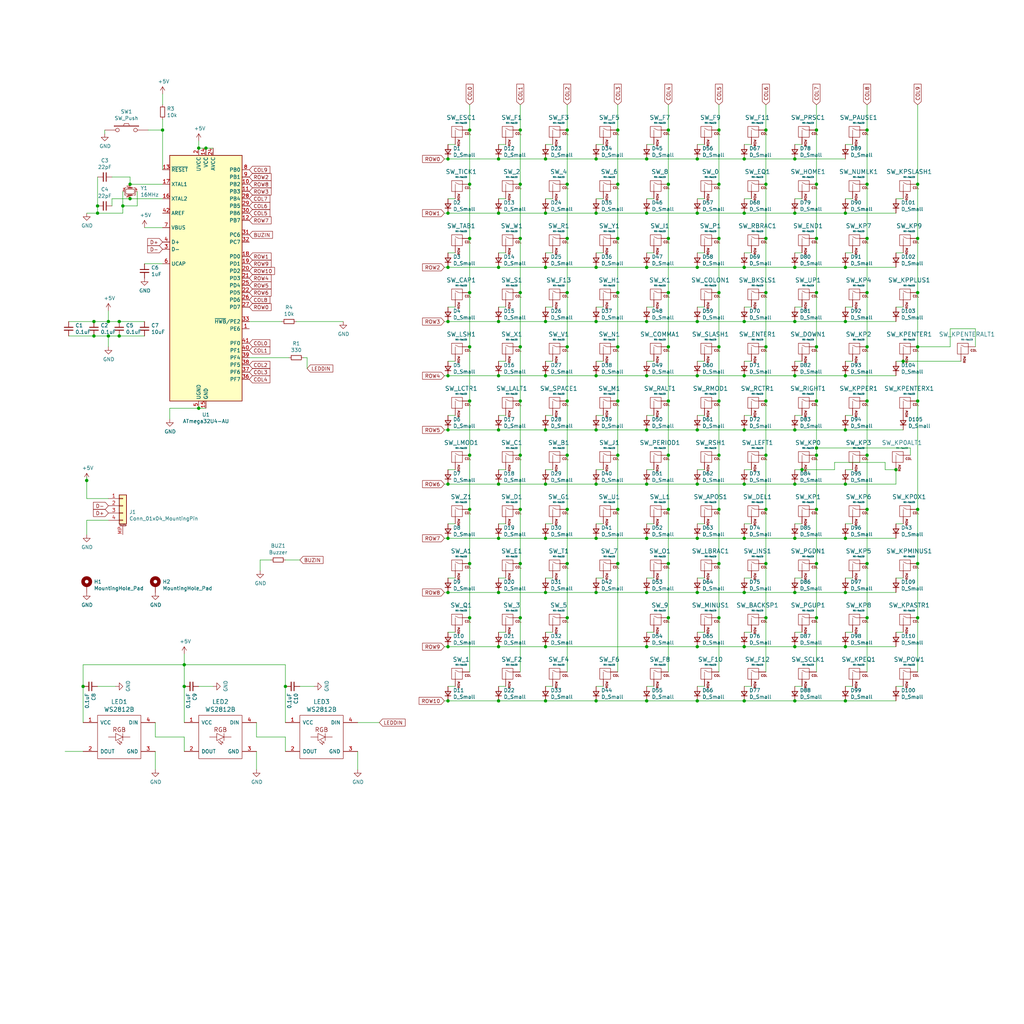
<source format=kicad_sch>
(kicad_sch (version 20210621) (generator eeschema)
  (paper "User" 359.994 359.994)
  (junction (at 29.21 241.3) (diameter 1.016))
  (junction (at 30.48 168.91) (diameter 1.016))
  (junction (at 33.02 113.03) (diameter 1.016))
  (junction (at 33.02 118.11) (diameter 1.016))
  (junction (at 34.29 72.39) (diameter 1.016))
  (junction (at 34.29 74.93) (diameter 1.016))
  (junction (at 38.1 113.03) (diameter 1.016))
  (junction (at 38.1 118.11) (diameter 1.016))
  (junction (at 41.91 113.03) (diameter 1.016))
  (junction (at 41.91 118.11) (diameter 1.016))
  (junction (at 43.18 72.39) (diameter 1.016))
  (junction (at 45.72 64.77) (diameter 1.016))
  (junction (at 45.72 69.85) (diameter 1.016))
  (junction (at 57.15 45.72) (diameter 1.016))
  (junction (at 64.77 233.68) (diameter 1.016))
  (junction (at 64.77 241.3) (diameter 1.016))
  (junction (at 69.85 52.07) (diameter 1.016))
  (junction (at 69.85 143.51) (diameter 1.016))
  (junction (at 72.39 52.07) (diameter 1.016))
  (junction (at 100.33 241.3) (diameter 1.016))
  (junction (at 157.48 55.88) (diameter 1.016))
  (junction (at 157.48 74.93) (diameter 1.016))
  (junction (at 157.48 93.98) (diameter 1.016))
  (junction (at 157.48 113.03) (diameter 1.016))
  (junction (at 157.48 132.08) (diameter 1.016))
  (junction (at 157.48 151.13) (diameter 1.016))
  (junction (at 157.48 170.18) (diameter 1.016))
  (junction (at 157.48 189.23) (diameter 1.016))
  (junction (at 157.48 208.28) (diameter 1.016))
  (junction (at 157.48 227.33) (diameter 1.016))
  (junction (at 157.48 246.38) (diameter 1.016))
  (junction (at 165.1 45.72) (diameter 1.016))
  (junction (at 165.1 64.77) (diameter 1.016))
  (junction (at 165.1 83.82) (diameter 1.016))
  (junction (at 165.1 102.87) (diameter 1.016))
  (junction (at 165.1 121.92) (diameter 1.016))
  (junction (at 165.1 140.97) (diameter 1.016))
  (junction (at 165.1 160.02) (diameter 1.016))
  (junction (at 165.1 179.07) (diameter 1.016))
  (junction (at 165.1 198.12) (diameter 1.016))
  (junction (at 165.1 217.17) (diameter 1.016))
  (junction (at 175.26 55.88) (diameter 1.016))
  (junction (at 175.26 74.93) (diameter 1.016))
  (junction (at 175.26 93.98) (diameter 1.016))
  (junction (at 175.26 113.03) (diameter 1.016))
  (junction (at 175.26 132.08) (diameter 1.016))
  (junction (at 175.26 151.13) (diameter 1.016))
  (junction (at 175.26 170.18) (diameter 1.016))
  (junction (at 175.26 189.23) (diameter 1.016))
  (junction (at 175.26 208.28) (diameter 1.016))
  (junction (at 175.26 227.33) (diameter 1.016))
  (junction (at 175.26 246.38) (diameter 1.016))
  (junction (at 182.88 45.72) (diameter 1.016))
  (junction (at 182.88 64.77) (diameter 1.016))
  (junction (at 182.88 83.82) (diameter 1.016))
  (junction (at 182.88 102.87) (diameter 1.016))
  (junction (at 182.88 121.92) (diameter 1.016))
  (junction (at 182.88 140.97) (diameter 1.016))
  (junction (at 182.88 160.02) (diameter 1.016))
  (junction (at 182.88 179.07) (diameter 1.016))
  (junction (at 182.88 198.12) (diameter 1.016))
  (junction (at 182.88 217.17) (diameter 1.016))
  (junction (at 191.77 55.88) (diameter 1.016))
  (junction (at 191.77 74.93) (diameter 1.016))
  (junction (at 191.77 93.98) (diameter 1.016))
  (junction (at 191.77 113.03) (diameter 1.016))
  (junction (at 191.77 132.08) (diameter 1.016))
  (junction (at 191.77 151.13) (diameter 1.016))
  (junction (at 191.77 170.18) (diameter 1.016))
  (junction (at 191.77 189.23) (diameter 1.016))
  (junction (at 191.77 208.28) (diameter 1.016))
  (junction (at 191.77 227.33) (diameter 1.016))
  (junction (at 191.77 246.38) (diameter 1.016))
  (junction (at 199.39 45.72) (diameter 1.016))
  (junction (at 199.39 64.77) (diameter 1.016))
  (junction (at 199.39 83.82) (diameter 1.016))
  (junction (at 199.39 102.87) (diameter 1.016))
  (junction (at 199.39 121.92) (diameter 1.016))
  (junction (at 199.39 140.97) (diameter 1.016))
  (junction (at 199.39 160.02) (diameter 1.016))
  (junction (at 199.39 179.07) (diameter 1.016))
  (junction (at 199.39 198.12) (diameter 1.016))
  (junction (at 199.39 217.17) (diameter 1.016))
  (junction (at 209.55 55.88) (diameter 1.016))
  (junction (at 209.55 74.93) (diameter 1.016))
  (junction (at 209.55 93.98) (diameter 1.016))
  (junction (at 209.55 113.03) (diameter 1.016))
  (junction (at 209.55 132.08) (diameter 1.016))
  (junction (at 209.55 151.13) (diameter 1.016))
  (junction (at 209.55 170.18) (diameter 1.016))
  (junction (at 209.55 189.23) (diameter 1.016))
  (junction (at 209.55 208.28) (diameter 1.016))
  (junction (at 209.55 246.38) (diameter 1.016))
  (junction (at 217.17 45.72) (diameter 1.016))
  (junction (at 217.17 64.77) (diameter 1.016))
  (junction (at 217.17 83.82) (diameter 1.016))
  (junction (at 217.17 102.87) (diameter 1.016))
  (junction (at 217.17 121.92) (diameter 1.016))
  (junction (at 217.17 140.97) (diameter 1.016))
  (junction (at 217.17 160.02) (diameter 1.016))
  (junction (at 217.17 179.07) (diameter 1.016))
  (junction (at 217.17 198.12) (diameter 1.016))
  (junction (at 227.33 55.88) (diameter 1.016))
  (junction (at 227.33 74.93) (diameter 1.016))
  (junction (at 227.33 93.98) (diameter 1.016))
  (junction (at 227.33 113.03) (diameter 1.016))
  (junction (at 227.33 132.08) (diameter 1.016))
  (junction (at 227.33 151.13) (diameter 1.016))
  (junction (at 227.33 170.18) (diameter 1.016))
  (junction (at 227.33 189.23) (diameter 1.016))
  (junction (at 227.33 208.28) (diameter 1.016))
  (junction (at 227.33 227.33) (diameter 1.016))
  (junction (at 227.33 246.38) (diameter 1.016))
  (junction (at 234.95 45.72) (diameter 1.016))
  (junction (at 234.95 64.77) (diameter 1.016))
  (junction (at 234.95 83.82) (diameter 1.016))
  (junction (at 234.95 102.87) (diameter 1.016))
  (junction (at 234.95 121.92) (diameter 1.016))
  (junction (at 234.95 140.97) (diameter 1.016))
  (junction (at 234.95 160.02) (diameter 1.016))
  (junction (at 234.95 179.07) (diameter 1.016))
  (junction (at 234.95 198.12) (diameter 1.016))
  (junction (at 234.95 217.17) (diameter 1.016))
  (junction (at 245.11 55.88) (diameter 1.016))
  (junction (at 245.11 74.93) (diameter 1.016))
  (junction (at 245.11 93.98) (diameter 1.016))
  (junction (at 245.11 113.03) (diameter 1.016))
  (junction (at 245.11 132.08) (diameter 1.016))
  (junction (at 245.11 151.13) (diameter 1.016))
  (junction (at 245.11 170.18) (diameter 1.016))
  (junction (at 245.11 189.23) (diameter 1.016))
  (junction (at 245.11 208.28) (diameter 1.016))
  (junction (at 245.11 227.33) (diameter 1.016))
  (junction (at 245.11 246.38) (diameter 1.016))
  (junction (at 252.73 45.72) (diameter 1.016))
  (junction (at 252.73 64.77) (diameter 1.016))
  (junction (at 252.73 83.82) (diameter 1.016))
  (junction (at 252.73 102.87) (diameter 1.016))
  (junction (at 252.73 121.92) (diameter 1.016))
  (junction (at 252.73 140.97) (diameter 1.016))
  (junction (at 252.73 160.02) (diameter 1.016))
  (junction (at 252.73 179.07) (diameter 1.016))
  (junction (at 252.73 198.12) (diameter 1.016))
  (junction (at 252.73 217.17) (diameter 1.016))
  (junction (at 261.62 55.88) (diameter 1.016))
  (junction (at 261.62 74.93) (diameter 1.016))
  (junction (at 261.62 93.98) (diameter 1.016))
  (junction (at 261.62 113.03) (diameter 1.016))
  (junction (at 261.62 132.08) (diameter 1.016))
  (junction (at 261.62 151.13) (diameter 1.016))
  (junction (at 261.62 170.18) (diameter 1.016))
  (junction (at 261.62 189.23) (diameter 1.016))
  (junction (at 261.62 208.28) (diameter 1.016))
  (junction (at 261.62 227.33) (diameter 1.016))
  (junction (at 261.62 246.38) (diameter 1.016))
  (junction (at 269.24 45.72) (diameter 1.016))
  (junction (at 269.24 64.77) (diameter 1.016))
  (junction (at 269.24 83.82) (diameter 1.016))
  (junction (at 269.24 102.87) (diameter 1.016))
  (junction (at 269.24 121.92) (diameter 1.016))
  (junction (at 269.24 140.97) (diameter 1.016))
  (junction (at 269.24 160.02) (diameter 1.016))
  (junction (at 269.24 179.07) (diameter 1.016))
  (junction (at 269.24 198.12) (diameter 1.016))
  (junction (at 269.24 217.17) (diameter 1.016))
  (junction (at 279.4 55.88) (diameter 1.016))
  (junction (at 279.4 74.93) (diameter 1.016))
  (junction (at 279.4 93.98) (diameter 1.016))
  (junction (at 279.4 113.03) (diameter 1.016))
  (junction (at 279.4 132.08) (diameter 1.016))
  (junction (at 279.4 151.13) (diameter 1.016))
  (junction (at 279.4 170.18) (diameter 1.016))
  (junction (at 279.4 189.23) (diameter 1.016))
  (junction (at 279.4 208.28) (diameter 1.016))
  (junction (at 279.4 227.33) (diameter 1.016))
  (junction (at 279.4 246.38) (diameter 1.016))
  (junction (at 281.94 165.1) (diameter 1.016))
  (junction (at 287.02 45.72) (diameter 1.016))
  (junction (at 287.02 64.77) (diameter 1.016))
  (junction (at 287.02 83.82) (diameter 1.016))
  (junction (at 287.02 102.87) (diameter 1.016))
  (junction (at 287.02 121.92) (diameter 1.016))
  (junction (at 287.02 140.97) (diameter 1.016))
  (junction (at 287.02 157.48) (diameter 1.016))
  (junction (at 287.02 160.02) (diameter 1.016))
  (junction (at 287.02 179.07) (diameter 1.016))
  (junction (at 287.02 198.12) (diameter 1.016))
  (junction (at 287.02 217.17) (diameter 1.016))
  (junction (at 297.18 74.93) (diameter 1.016))
  (junction (at 297.18 93.98) (diameter 1.016))
  (junction (at 297.18 113.03) (diameter 1.016))
  (junction (at 297.18 132.08) (diameter 1.016))
  (junction (at 297.18 151.13) (diameter 1.016))
  (junction (at 297.18 170.18) (diameter 1.016))
  (junction (at 297.18 189.23) (diameter 1.016))
  (junction (at 297.18 208.28) (diameter 1.016))
  (junction (at 297.18 227.33) (diameter 1.016))
  (junction (at 297.18 246.38) (diameter 1.016))
  (junction (at 304.8 45.72) (diameter 1.016))
  (junction (at 304.8 64.77) (diameter 1.016))
  (junction (at 304.8 83.82) (diameter 1.016))
  (junction (at 304.8 102.87) (diameter 1.016))
  (junction (at 304.8 121.92) (diameter 1.016))
  (junction (at 304.8 140.97) (diameter 1.016))
  (junction (at 304.8 160.02) (diameter 1.016))
  (junction (at 304.8 179.07) (diameter 1.016))
  (junction (at 304.8 198.12) (diameter 1.016))
  (junction (at 304.8 217.17) (diameter 1.016))
  (junction (at 314.96 165.1) (diameter 1.016))
  (junction (at 317.5 127) (diameter 1.016))
  (junction (at 322.58 64.77) (diameter 1.016))
  (junction (at 322.58 83.82) (diameter 1.016))
  (junction (at 322.58 102.87) (diameter 1.016))
  (junction (at 322.58 121.92) (diameter 1.016))
  (junction (at 322.58 140.97) (diameter 1.016))
  (junction (at 322.58 179.07) (diameter 1.016))
  (junction (at 322.58 198.12) (diameter 1.016))
  (junction (at 322.58 217.17) (diameter 1.016))
  (wire (pts (xy 24.13 113.03) (xy 33.02 113.03)))
  (wire (pts (xy 29.21 233.68) (xy 29.21 241.3)))
  (wire (pts (xy 29.21 241.3) (xy 29.21 254)))
  (wire (pts (xy 29.21 264.16) (xy 22.86 264.16)))
  (wire (pts (xy 30.48 167.64) (xy 30.48 168.91)))
  (wire (pts (xy 30.48 168.91) (xy 30.48 175.26)))
  (wire (pts (xy 30.48 182.88) (xy 30.48 187.96)))
  (wire (pts (xy 33.02 113.03) (xy 38.1 113.03)))
  (wire (pts (xy 33.02 118.11) (xy 24.13 118.11)))
  (wire (pts (xy 34.29 62.23) (xy 34.29 72.39)))
  (wire (pts (xy 34.29 72.39) (xy 34.29 74.93)))
  (wire (pts (xy 34.29 74.93) (xy 30.48 74.93)))
  (wire (pts (xy 34.29 241.3) (xy 40.64 241.3)))
  (wire (pts (xy 36.83 46.99) (xy 36.83 45.72)))
  (wire (pts (xy 38.1 113.03) (xy 38.1 109.22)))
  (wire (pts (xy 38.1 113.03) (xy 41.91 113.03)))
  (wire (pts (xy 38.1 118.11) (xy 33.02 118.11)))
  (wire (pts (xy 38.1 121.92) (xy 38.1 118.11)))
  (wire (pts (xy 38.1 175.26) (xy 30.48 175.26)))
  (wire (pts (xy 38.1 182.88) (xy 30.48 182.88)))
  (wire (pts (xy 39.37 62.23) (xy 45.72 62.23)))
  (wire (pts (xy 39.37 69.85) (xy 39.37 72.39)))
  (wire (pts (xy 41.91 113.03) (xy 50.8 113.03)))
  (wire (pts (xy 41.91 118.11) (xy 38.1 118.11)))
  (wire (pts (xy 43.18 67.31) (xy 43.18 72.39)))
  (wire (pts (xy 43.18 72.39) (xy 43.18 74.93)))
  (wire (pts (xy 43.18 74.93) (xy 34.29 74.93)))
  (wire (pts (xy 45.72 62.23) (xy 45.72 64.77)))
  (wire (pts (xy 45.72 69.85) (xy 39.37 69.85)))
  (wire (pts (xy 45.72 69.85) (xy 57.15 69.85)))
  (wire (pts (xy 48.26 67.31) (xy 48.26 72.39)))
  (wire (pts (xy 48.26 72.39) (xy 43.18 72.39)))
  (wire (pts (xy 50.8 80.01) (xy 57.15 80.01)))
  (wire (pts (xy 50.8 118.11) (xy 41.91 118.11)))
  (wire (pts (xy 52.07 45.72) (xy 57.15 45.72)))
  (wire (pts (xy 54.61 259.08) (xy 54.61 254)))
  (wire (pts (xy 54.61 264.16) (xy 54.61 270.51)))
  (wire (pts (xy 57.15 36.83) (xy 57.15 33.02)))
  (wire (pts (xy 57.15 45.72) (xy 57.15 41.91)))
  (wire (pts (xy 57.15 45.72) (xy 57.15 59.69)))
  (wire (pts (xy 57.15 64.77) (xy 45.72 64.77)))
  (wire (pts (xy 57.15 92.71) (xy 50.8 92.71)))
  (wire (pts (xy 59.69 143.51) (xy 69.85 143.51)))
  (wire (pts (xy 59.69 147.32) (xy 59.69 143.51)))
  (wire (pts (xy 64.77 233.68) (xy 29.21 233.68)))
  (wire (pts (xy 64.77 233.68) (xy 64.77 229.87)))
  (wire (pts (xy 64.77 233.68) (xy 64.77 241.3)))
  (wire (pts (xy 64.77 233.68) (xy 100.33 233.68)))
  (wire (pts (xy 64.77 241.3) (xy 64.77 254)))
  (wire (pts (xy 64.77 259.08) (xy 54.61 259.08)))
  (wire (pts (xy 64.77 264.16) (xy 64.77 259.08)))
  (wire (pts (xy 69.85 52.07) (xy 69.85 49.53)))
  (wire (pts (xy 69.85 52.07) (xy 72.39 52.07)))
  (wire (pts (xy 69.85 143.51) (xy 72.39 143.51)))
  (wire (pts (xy 69.85 241.3) (xy 74.93 241.3)))
  (wire (pts (xy 72.39 52.07) (xy 74.93 52.07)))
  (wire (pts (xy 87.63 113.03) (xy 99.06 113.03)))
  (wire (pts (xy 87.63 125.73) (xy 101.6 125.73)))
  (wire (pts (xy 90.17 259.08) (xy 90.17 254)))
  (wire (pts (xy 90.17 264.16) (xy 90.17 270.51)))
  (wire (pts (xy 91.44 196.85) (xy 91.44 200.66)))
  (wire (pts (xy 91.44 196.85) (xy 95.25 196.85)))
  (wire (pts (xy 100.33 196.85) (xy 105.41 196.85)))
  (wire (pts (xy 100.33 233.68) (xy 100.33 241.3)))
  (wire (pts (xy 100.33 241.3) (xy 100.33 254)))
  (wire (pts (xy 100.33 259.08) (xy 90.17 259.08)))
  (wire (pts (xy 100.33 264.16) (xy 100.33 259.08)))
  (wire (pts (xy 104.14 113.03) (xy 120.65 113.03)))
  (wire (pts (xy 105.41 241.3) (xy 110.49 241.3)))
  (wire (pts (xy 106.68 125.73) (xy 107.95 125.73)))
  (wire (pts (xy 107.95 125.73) (xy 107.95 129.54)))
  (wire (pts (xy 125.73 264.16) (xy 125.73 270.51)))
  (wire (pts (xy 133.35 254) (xy 125.73 254)))
  (wire (pts (xy 156.21 55.88) (xy 157.48 55.88)))
  (wire (pts (xy 156.21 74.93) (xy 157.48 74.93)))
  (wire (pts (xy 156.21 93.98) (xy 157.48 93.98)))
  (wire (pts (xy 156.21 113.03) (xy 157.48 113.03)))
  (wire (pts (xy 156.21 132.08) (xy 157.48 132.08)))
  (wire (pts (xy 156.21 151.13) (xy 157.48 151.13)))
  (wire (pts (xy 156.21 170.18) (xy 157.48 170.18)))
  (wire (pts (xy 156.21 189.23) (xy 157.48 189.23)))
  (wire (pts (xy 156.21 208.28) (xy 157.48 208.28)))
  (wire (pts (xy 156.21 227.33) (xy 157.48 227.33)))
  (wire (pts (xy 156.21 246.38) (xy 157.48 246.38)))
  (wire (pts (xy 157.48 50.8) (xy 160.02 50.8)))
  (wire (pts (xy 157.48 55.88) (xy 175.26 55.88)))
  (wire (pts (xy 157.48 69.85) (xy 160.02 69.85)))
  (wire (pts (xy 157.48 74.93) (xy 175.26 74.93)))
  (wire (pts (xy 157.48 88.9) (xy 160.02 88.9)))
  (wire (pts (xy 157.48 93.98) (xy 175.26 93.98)))
  (wire (pts (xy 157.48 107.95) (xy 160.02 107.95)))
  (wire (pts (xy 157.48 113.03) (xy 175.26 113.03)))
  (wire (pts (xy 157.48 127) (xy 160.02 127)))
  (wire (pts (xy 157.48 132.08) (xy 175.26 132.08)))
  (wire (pts (xy 157.48 146.05) (xy 160.02 146.05)))
  (wire (pts (xy 157.48 151.13) (xy 175.26 151.13)))
  (wire (pts (xy 157.48 165.1) (xy 160.02 165.1)))
  (wire (pts (xy 157.48 170.18) (xy 175.26 170.18)))
  (wire (pts (xy 157.48 184.15) (xy 160.02 184.15)))
  (wire (pts (xy 157.48 189.23) (xy 175.26 189.23)))
  (wire (pts (xy 157.48 203.2) (xy 160.02 203.2)))
  (wire (pts (xy 157.48 208.28) (xy 175.26 208.28)))
  (wire (pts (xy 157.48 222.25) (xy 160.02 222.25)))
  (wire (pts (xy 157.48 227.33) (xy 175.26 227.33)))
  (wire (pts (xy 157.48 241.3) (xy 160.02 241.3)))
  (wire (pts (xy 157.48 246.38) (xy 175.26 246.38)))
  (wire (pts (xy 165.1 45.72) (xy 165.1 36.83)))
  (wire (pts (xy 165.1 45.72) (xy 165.1 64.77)))
  (wire (pts (xy 165.1 64.77) (xy 165.1 83.82)))
  (wire (pts (xy 165.1 83.82) (xy 165.1 102.87)))
  (wire (pts (xy 165.1 102.87) (xy 165.1 121.92)))
  (wire (pts (xy 165.1 121.92) (xy 165.1 140.97)))
  (wire (pts (xy 165.1 140.97) (xy 165.1 160.02)))
  (wire (pts (xy 165.1 160.02) (xy 165.1 179.07)))
  (wire (pts (xy 165.1 179.07) (xy 165.1 198.12)))
  (wire (pts (xy 165.1 198.12) (xy 165.1 217.17)))
  (wire (pts (xy 165.1 217.17) (xy 165.1 236.22)))
  (wire (pts (xy 175.26 50.8) (xy 177.8 50.8)))
  (wire (pts (xy 175.26 55.88) (xy 191.77 55.88)))
  (wire (pts (xy 175.26 69.85) (xy 177.8 69.85)))
  (wire (pts (xy 175.26 74.93) (xy 191.77 74.93)))
  (wire (pts (xy 175.26 88.9) (xy 177.8 88.9)))
  (wire (pts (xy 175.26 93.98) (xy 191.77 93.98)))
  (wire (pts (xy 175.26 107.95) (xy 177.8 107.95)))
  (wire (pts (xy 175.26 113.03) (xy 191.77 113.03)))
  (wire (pts (xy 175.26 127) (xy 177.8 127)))
  (wire (pts (xy 175.26 132.08) (xy 191.77 132.08)))
  (wire (pts (xy 175.26 146.05) (xy 177.8 146.05)))
  (wire (pts (xy 175.26 151.13) (xy 191.77 151.13)))
  (wire (pts (xy 175.26 165.1) (xy 177.8 165.1)))
  (wire (pts (xy 175.26 170.18) (xy 191.77 170.18)))
  (wire (pts (xy 175.26 184.15) (xy 177.8 184.15)))
  (wire (pts (xy 175.26 189.23) (xy 191.77 189.23)))
  (wire (pts (xy 175.26 203.2) (xy 177.8 203.2)))
  (wire (pts (xy 175.26 208.28) (xy 191.77 208.28)))
  (wire (pts (xy 175.26 222.25) (xy 177.8 222.25)))
  (wire (pts (xy 175.26 227.33) (xy 191.77 227.33)))
  (wire (pts (xy 175.26 241.3) (xy 177.8 241.3)))
  (wire (pts (xy 175.26 246.38) (xy 191.77 246.38)))
  (wire (pts (xy 182.88 45.72) (xy 182.88 36.83)))
  (wire (pts (xy 182.88 45.72) (xy 182.88 64.77)))
  (wire (pts (xy 182.88 64.77) (xy 182.88 83.82)))
  (wire (pts (xy 182.88 83.82) (xy 182.88 102.87)))
  (wire (pts (xy 182.88 102.87) (xy 182.88 121.92)))
  (wire (pts (xy 182.88 121.92) (xy 182.88 140.97)))
  (wire (pts (xy 182.88 140.97) (xy 182.88 160.02)))
  (wire (pts (xy 182.88 160.02) (xy 182.88 179.07)))
  (wire (pts (xy 182.88 179.07) (xy 182.88 198.12)))
  (wire (pts (xy 182.88 198.12) (xy 182.88 217.17)))
  (wire (pts (xy 182.88 217.17) (xy 182.88 236.22)))
  (wire (pts (xy 191.77 50.8) (xy 194.31 50.8)))
  (wire (pts (xy 191.77 55.88) (xy 209.55 55.88)))
  (wire (pts (xy 191.77 69.85) (xy 194.31 69.85)))
  (wire (pts (xy 191.77 74.93) (xy 209.55 74.93)))
  (wire (pts (xy 191.77 88.9) (xy 194.31 88.9)))
  (wire (pts (xy 191.77 93.98) (xy 209.55 93.98)))
  (wire (pts (xy 191.77 107.95) (xy 194.31 107.95)))
  (wire (pts (xy 191.77 113.03) (xy 209.55 113.03)))
  (wire (pts (xy 191.77 127) (xy 194.31 127)))
  (wire (pts (xy 191.77 132.08) (xy 209.55 132.08)))
  (wire (pts (xy 191.77 146.05) (xy 194.31 146.05)))
  (wire (pts (xy 191.77 151.13) (xy 209.55 151.13)))
  (wire (pts (xy 191.77 165.1) (xy 194.31 165.1)))
  (wire (pts (xy 191.77 170.18) (xy 209.55 170.18)))
  (wire (pts (xy 191.77 184.15) (xy 194.31 184.15)))
  (wire (pts (xy 191.77 189.23) (xy 209.55 189.23)))
  (wire (pts (xy 191.77 203.2) (xy 194.31 203.2)))
  (wire (pts (xy 191.77 208.28) (xy 209.55 208.28)))
  (wire (pts (xy 191.77 222.25) (xy 194.31 222.25)))
  (wire (pts (xy 191.77 227.33) (xy 227.33 227.33)))
  (wire (pts (xy 191.77 241.3) (xy 194.31 241.3)))
  (wire (pts (xy 191.77 246.38) (xy 209.55 246.38)))
  (wire (pts (xy 199.39 45.72) (xy 199.39 36.83)))
  (wire (pts (xy 199.39 64.77) (xy 199.39 45.72)))
  (wire (pts (xy 199.39 83.82) (xy 199.39 64.77)))
  (wire (pts (xy 199.39 102.87) (xy 199.39 83.82)))
  (wire (pts (xy 199.39 121.92) (xy 199.39 102.87)))
  (wire (pts (xy 199.39 140.97) (xy 199.39 121.92)))
  (wire (pts (xy 199.39 160.02) (xy 199.39 140.97)))
  (wire (pts (xy 199.39 179.07) (xy 199.39 160.02)))
  (wire (pts (xy 199.39 198.12) (xy 199.39 179.07)))
  (wire (pts (xy 199.39 217.17) (xy 199.39 198.12)))
  (wire (pts (xy 199.39 236.22) (xy 199.39 217.17)))
  (wire (pts (xy 209.55 50.8) (xy 212.09 50.8)))
  (wire (pts (xy 209.55 55.88) (xy 227.33 55.88)))
  (wire (pts (xy 209.55 69.85) (xy 212.09 69.85)))
  (wire (pts (xy 209.55 74.93) (xy 227.33 74.93)))
  (wire (pts (xy 209.55 88.9) (xy 212.09 88.9)))
  (wire (pts (xy 209.55 93.98) (xy 227.33 93.98)))
  (wire (pts (xy 209.55 107.95) (xy 212.09 107.95)))
  (wire (pts (xy 209.55 113.03) (xy 227.33 113.03)))
  (wire (pts (xy 209.55 127) (xy 212.09 127)))
  (wire (pts (xy 209.55 132.08) (xy 227.33 132.08)))
  (wire (pts (xy 209.55 146.05) (xy 212.09 146.05)))
  (wire (pts (xy 209.55 151.13) (xy 227.33 151.13)))
  (wire (pts (xy 209.55 165.1) (xy 212.09 165.1)))
  (wire (pts (xy 209.55 170.18) (xy 227.33 170.18)))
  (wire (pts (xy 209.55 184.15) (xy 212.09 184.15)))
  (wire (pts (xy 209.55 189.23) (xy 227.33 189.23)))
  (wire (pts (xy 209.55 203.2) (xy 212.09 203.2)))
  (wire (pts (xy 209.55 208.28) (xy 227.33 208.28)))
  (wire (pts (xy 209.55 241.3) (xy 212.09 241.3)))
  (wire (pts (xy 209.55 246.38) (xy 227.33 246.38)))
  (wire (pts (xy 217.17 45.72) (xy 217.17 36.83)))
  (wire (pts (xy 217.17 45.72) (xy 217.17 64.77)))
  (wire (pts (xy 217.17 64.77) (xy 217.17 83.82)))
  (wire (pts (xy 217.17 83.82) (xy 217.17 102.87)))
  (wire (pts (xy 217.17 102.87) (xy 217.17 121.92)))
  (wire (pts (xy 217.17 121.92) (xy 217.17 140.97)))
  (wire (pts (xy 217.17 140.97) (xy 217.17 160.02)))
  (wire (pts (xy 217.17 160.02) (xy 217.17 179.07)))
  (wire (pts (xy 217.17 179.07) (xy 217.17 198.12)))
  (wire (pts (xy 217.17 198.12) (xy 217.17 236.22)))
  (wire (pts (xy 227.33 50.8) (xy 229.87 50.8)))
  (wire (pts (xy 227.33 55.88) (xy 245.11 55.88)))
  (wire (pts (xy 227.33 69.85) (xy 229.87 69.85)))
  (wire (pts (xy 227.33 74.93) (xy 245.11 74.93)))
  (wire (pts (xy 227.33 88.9) (xy 229.87 88.9)))
  (wire (pts (xy 227.33 93.98) (xy 245.11 93.98)))
  (wire (pts (xy 227.33 107.95) (xy 229.87 107.95)))
  (wire (pts (xy 227.33 113.03) (xy 245.11 113.03)))
  (wire (pts (xy 227.33 127) (xy 229.87 127)))
  (wire (pts (xy 227.33 132.08) (xy 245.11 132.08)))
  (wire (pts (xy 227.33 146.05) (xy 229.87 146.05)))
  (wire (pts (xy 227.33 151.13) (xy 245.11 151.13)))
  (wire (pts (xy 227.33 165.1) (xy 229.87 165.1)))
  (wire (pts (xy 227.33 170.18) (xy 245.11 170.18)))
  (wire (pts (xy 227.33 184.15) (xy 229.87 184.15)))
  (wire (pts (xy 227.33 189.23) (xy 245.11 189.23)))
  (wire (pts (xy 227.33 203.2) (xy 229.87 203.2)))
  (wire (pts (xy 227.33 208.28) (xy 245.11 208.28)))
  (wire (pts (xy 227.33 222.25) (xy 229.87 222.25)))
  (wire (pts (xy 227.33 227.33) (xy 245.11 227.33)))
  (wire (pts (xy 227.33 241.3) (xy 229.87 241.3)))
  (wire (pts (xy 227.33 246.38) (xy 245.11 246.38)))
  (wire (pts (xy 234.95 45.72) (xy 234.95 36.83)))
  (wire (pts (xy 234.95 64.77) (xy 234.95 45.72)))
  (wire (pts (xy 234.95 83.82) (xy 234.95 64.77)))
  (wire (pts (xy 234.95 102.87) (xy 234.95 83.82)))
  (wire (pts (xy 234.95 121.92) (xy 234.95 102.87)))
  (wire (pts (xy 234.95 140.97) (xy 234.95 121.92)))
  (wire (pts (xy 234.95 160.02) (xy 234.95 140.97)))
  (wire (pts (xy 234.95 179.07) (xy 234.95 160.02)))
  (wire (pts (xy 234.95 198.12) (xy 234.95 179.07)))
  (wire (pts (xy 234.95 217.17) (xy 234.95 198.12)))
  (wire (pts (xy 234.95 236.22) (xy 234.95 217.17)))
  (wire (pts (xy 245.11 50.8) (xy 247.65 50.8)))
  (wire (pts (xy 245.11 55.88) (xy 261.62 55.88)))
  (wire (pts (xy 245.11 69.85) (xy 247.65 69.85)))
  (wire (pts (xy 245.11 74.93) (xy 261.62 74.93)))
  (wire (pts (xy 245.11 88.9) (xy 247.65 88.9)))
  (wire (pts (xy 245.11 93.98) (xy 261.62 93.98)))
  (wire (pts (xy 245.11 107.95) (xy 247.65 107.95)))
  (wire (pts (xy 245.11 113.03) (xy 261.62 113.03)))
  (wire (pts (xy 245.11 127) (xy 247.65 127)))
  (wire (pts (xy 245.11 132.08) (xy 261.62 132.08)))
  (wire (pts (xy 245.11 146.05) (xy 247.65 146.05)))
  (wire (pts (xy 245.11 151.13) (xy 261.62 151.13)))
  (wire (pts (xy 245.11 165.1) (xy 247.65 165.1)))
  (wire (pts (xy 245.11 170.18) (xy 261.62 170.18)))
  (wire (pts (xy 245.11 184.15) (xy 247.65 184.15)))
  (wire (pts (xy 245.11 189.23) (xy 261.62 189.23)))
  (wire (pts (xy 245.11 203.2) (xy 247.65 203.2)))
  (wire (pts (xy 245.11 208.28) (xy 261.62 208.28)))
  (wire (pts (xy 245.11 222.25) (xy 247.65 222.25)))
  (wire (pts (xy 245.11 227.33) (xy 261.62 227.33)))
  (wire (pts (xy 245.11 241.3) (xy 247.65 241.3)))
  (wire (pts (xy 245.11 246.38) (xy 261.62 246.38)))
  (wire (pts (xy 252.73 45.72) (xy 252.73 36.83)))
  (wire (pts (xy 252.73 45.72) (xy 252.73 64.77)))
  (wire (pts (xy 252.73 64.77) (xy 252.73 83.82)))
  (wire (pts (xy 252.73 83.82) (xy 252.73 102.87)))
  (wire (pts (xy 252.73 102.87) (xy 252.73 121.92)))
  (wire (pts (xy 252.73 121.92) (xy 252.73 140.97)))
  (wire (pts (xy 252.73 140.97) (xy 252.73 160.02)))
  (wire (pts (xy 252.73 160.02) (xy 252.73 179.07)))
  (wire (pts (xy 252.73 179.07) (xy 252.73 198.12)))
  (wire (pts (xy 252.73 198.12) (xy 252.73 217.17)))
  (wire (pts (xy 252.73 217.17) (xy 252.73 236.22)))
  (wire (pts (xy 261.62 50.8) (xy 264.16 50.8)))
  (wire (pts (xy 261.62 55.88) (xy 279.4 55.88)))
  (wire (pts (xy 261.62 69.85) (xy 264.16 69.85)))
  (wire (pts (xy 261.62 74.93) (xy 279.4 74.93)))
  (wire (pts (xy 261.62 88.9) (xy 264.16 88.9)))
  (wire (pts (xy 261.62 93.98) (xy 279.4 93.98)))
  (wire (pts (xy 261.62 107.95) (xy 264.16 107.95)))
  (wire (pts (xy 261.62 113.03) (xy 279.4 113.03)))
  (wire (pts (xy 261.62 127) (xy 264.16 127)))
  (wire (pts (xy 261.62 132.08) (xy 279.4 132.08)))
  (wire (pts (xy 261.62 146.05) (xy 264.16 146.05)))
  (wire (pts (xy 261.62 151.13) (xy 279.4 151.13)))
  (wire (pts (xy 261.62 165.1) (xy 264.16 165.1)))
  (wire (pts (xy 261.62 170.18) (xy 279.4 170.18)))
  (wire (pts (xy 261.62 184.15) (xy 264.16 184.15)))
  (wire (pts (xy 261.62 189.23) (xy 279.4 189.23)))
  (wire (pts (xy 261.62 203.2) (xy 264.16 203.2)))
  (wire (pts (xy 261.62 208.28) (xy 279.4 208.28)))
  (wire (pts (xy 261.62 222.25) (xy 264.16 222.25)))
  (wire (pts (xy 261.62 227.33) (xy 279.4 227.33)))
  (wire (pts (xy 261.62 241.3) (xy 264.16 241.3)))
  (wire (pts (xy 261.62 246.38) (xy 279.4 246.38)))
  (wire (pts (xy 269.24 45.72) (xy 269.24 36.83)))
  (wire (pts (xy 269.24 64.77) (xy 269.24 45.72)))
  (wire (pts (xy 269.24 83.82) (xy 269.24 64.77)))
  (wire (pts (xy 269.24 102.87) (xy 269.24 83.82)))
  (wire (pts (xy 269.24 121.92) (xy 269.24 102.87)))
  (wire (pts (xy 269.24 140.97) (xy 269.24 121.92)))
  (wire (pts (xy 269.24 160.02) (xy 269.24 140.97)))
  (wire (pts (xy 269.24 179.07) (xy 269.24 160.02)))
  (wire (pts (xy 269.24 198.12) (xy 269.24 179.07)))
  (wire (pts (xy 269.24 217.17) (xy 269.24 198.12)))
  (wire (pts (xy 269.24 236.22) (xy 269.24 217.17)))
  (wire (pts (xy 279.4 50.8) (xy 281.94 50.8)))
  (wire (pts (xy 279.4 55.88) (xy 297.18 55.88)))
  (wire (pts (xy 279.4 69.85) (xy 281.94 69.85)))
  (wire (pts (xy 279.4 74.93) (xy 297.18 74.93)))
  (wire (pts (xy 279.4 88.9) (xy 281.94 88.9)))
  (wire (pts (xy 279.4 93.98) (xy 297.18 93.98)))
  (wire (pts (xy 279.4 107.95) (xy 281.94 107.95)))
  (wire (pts (xy 279.4 113.03) (xy 297.18 113.03)))
  (wire (pts (xy 279.4 127) (xy 281.94 127)))
  (wire (pts (xy 279.4 132.08) (xy 297.18 132.08)))
  (wire (pts (xy 279.4 146.05) (xy 281.94 146.05)))
  (wire (pts (xy 279.4 151.13) (xy 297.18 151.13)))
  (wire (pts (xy 279.4 165.1) (xy 281.94 165.1)))
  (wire (pts (xy 279.4 170.18) (xy 297.18 170.18)))
  (wire (pts (xy 279.4 184.15) (xy 281.94 184.15)))
  (wire (pts (xy 279.4 189.23) (xy 297.18 189.23)))
  (wire (pts (xy 279.4 203.2) (xy 281.94 203.2)))
  (wire (pts (xy 279.4 208.28) (xy 297.18 208.28)))
  (wire (pts (xy 279.4 222.25) (xy 281.94 222.25)))
  (wire (pts (xy 279.4 227.33) (xy 297.18 227.33)))
  (wire (pts (xy 279.4 241.3) (xy 281.94 241.3)))
  (wire (pts (xy 279.4 246.38) (xy 297.18 246.38)))
  (wire (pts (xy 281.94 165.1) (xy 293.37 165.1)))
  (wire (pts (xy 287.02 45.72) (xy 287.02 36.83)))
  (wire (pts (xy 287.02 45.72) (xy 287.02 64.77)))
  (wire (pts (xy 287.02 64.77) (xy 287.02 83.82)))
  (wire (pts (xy 287.02 83.82) (xy 287.02 102.87)))
  (wire (pts (xy 287.02 102.87) (xy 287.02 121.92)))
  (wire (pts (xy 287.02 121.92) (xy 287.02 140.97)))
  (wire (pts (xy 287.02 140.97) (xy 287.02 157.48)))
  (wire (pts (xy 287.02 157.48) (xy 287.02 160.02)))
  (wire (pts (xy 287.02 157.48) (xy 320.04 157.48)))
  (wire (pts (xy 287.02 160.02) (xy 287.02 179.07)))
  (wire (pts (xy 287.02 179.07) (xy 287.02 198.12)))
  (wire (pts (xy 287.02 198.12) (xy 287.02 217.17)))
  (wire (pts (xy 287.02 217.17) (xy 287.02 236.22)))
  (wire (pts (xy 293.37 162.56) (xy 311.15 162.56)))
  (wire (pts (xy 293.37 165.1) (xy 293.37 162.56)))
  (wire (pts (xy 297.18 50.8) (xy 299.72 50.8)))
  (wire (pts (xy 297.18 69.85) (xy 299.72 69.85)))
  (wire (pts (xy 297.18 74.93) (xy 314.96 74.93)))
  (wire (pts (xy 297.18 88.9) (xy 299.72 88.9)))
  (wire (pts (xy 297.18 93.98) (xy 314.96 93.98)))
  (wire (pts (xy 297.18 107.95) (xy 299.72 107.95)))
  (wire (pts (xy 297.18 113.03) (xy 314.96 113.03)))
  (wire (pts (xy 297.18 127) (xy 299.72 127)))
  (wire (pts (xy 297.18 132.08) (xy 314.96 132.08)))
  (wire (pts (xy 297.18 146.05) (xy 299.72 146.05)))
  (wire (pts (xy 297.18 151.13) (xy 317.5 151.13)))
  (wire (pts (xy 297.18 165.1) (xy 299.72 165.1)))
  (wire (pts (xy 297.18 170.18) (xy 314.96 170.18)))
  (wire (pts (xy 297.18 184.15) (xy 299.72 184.15)))
  (wire (pts (xy 297.18 189.23) (xy 314.96 189.23)))
  (wire (pts (xy 297.18 203.2) (xy 299.72 203.2)))
  (wire (pts (xy 297.18 208.28) (xy 314.96 208.28)))
  (wire (pts (xy 297.18 222.25) (xy 299.72 222.25)))
  (wire (pts (xy 297.18 227.33) (xy 314.96 227.33)))
  (wire (pts (xy 297.18 241.3) (xy 299.72 241.3)))
  (wire (pts (xy 304.8 45.72) (xy 304.8 36.83)))
  (wire (pts (xy 304.8 64.77) (xy 304.8 45.72)))
  (wire (pts (xy 304.8 83.82) (xy 304.8 64.77)))
  (wire (pts (xy 304.8 102.87) (xy 304.8 83.82)))
  (wire (pts (xy 304.8 121.92) (xy 304.8 102.87)))
  (wire (pts (xy 304.8 140.97) (xy 304.8 121.92)))
  (wire (pts (xy 304.8 160.02) (xy 304.8 140.97)))
  (wire (pts (xy 304.8 179.07) (xy 304.8 160.02)))
  (wire (pts (xy 304.8 198.12) (xy 304.8 179.07)))
  (wire (pts (xy 304.8 217.17) (xy 304.8 198.12)))
  (wire (pts (xy 304.8 236.22) (xy 304.8 217.17)))
  (wire (pts (xy 311.15 162.56) (xy 311.15 165.1)))
  (wire (pts (xy 311.15 165.1) (xy 314.96 165.1)))
  (wire (pts (xy 314.96 69.85) (xy 317.5 69.85)))
  (wire (pts (xy 314.96 88.9) (xy 317.5 88.9)))
  (wire (pts (xy 314.96 107.95) (xy 317.5 107.95)))
  (wire (pts (xy 314.96 127) (xy 317.5 127)))
  (wire (pts (xy 314.96 165.1) (xy 314.96 170.18)))
  (wire (pts (xy 314.96 184.15) (xy 317.5 184.15)))
  (wire (pts (xy 314.96 203.2) (xy 317.5 203.2)))
  (wire (pts (xy 314.96 222.25) (xy 317.5 222.25)))
  (wire (pts (xy 314.96 241.3) (xy 317.5 241.3)))
  (wire (pts (xy 314.96 246.38) (xy 297.18 246.38)))
  (wire (pts (xy 317.5 127) (xy 337.82 127)))
  (wire (pts (xy 320.04 157.48) (xy 320.04 160.02)))
  (wire (pts (xy 322.58 36.83) (xy 322.58 64.77)))
  (wire (pts (xy 322.58 64.77) (xy 322.58 83.82)))
  (wire (pts (xy 322.58 83.82) (xy 322.58 102.87)))
  (wire (pts (xy 322.58 102.87) (xy 322.58 121.92)))
  (wire (pts (xy 322.58 121.92) (xy 322.58 140.97)))
  (wire (pts (xy 322.58 121.92) (xy 334.01 121.92)))
  (wire (pts (xy 322.58 140.97) (xy 322.58 179.07)))
  (wire (pts (xy 322.58 179.07) (xy 322.58 198.12)))
  (wire (pts (xy 322.58 198.12) (xy 322.58 217.17)))
  (wire (pts (xy 322.58 217.17) (xy 322.58 236.22)))
  (wire (pts (xy 334.01 115.57) (xy 342.9 115.57)))
  (wire (pts (xy 334.01 121.92) (xy 334.01 115.57)))
  (wire (pts (xy 342.9 115.57) (xy 342.9 121.92)))
  (global_label "D-" (shape input) (at 38.1 177.8 180) (property "Intersheet References" "${INTERSHEET_REFS}" (effects hide)))
  (global_label "D+" (shape input) (at 38.1 180.34 180) (property "Intersheet References" "${INTERSHEET_REFS}" (effects hide)))
  (global_label "D+" (shape input) (at 57.15 85.09 180) (property "Intersheet References" "${INTERSHEET_REFS}" (effects hide)))
  (global_label "D-" (shape input) (at 57.15 87.63 180) (property "Intersheet References" "${INTERSHEET_REFS}" (effects hide)))
  (global_label "COL9" (shape input) (at 87.63 59.69 0) (property "Intersheet References" "${INTERSHEET_REFS}" (effects hide)))
  (global_label "ROW2" (shape input) (at 87.63 62.23 0) (property "Intersheet References" "${INTERSHEET_REFS}" (effects hide)))
  (global_label "ROW8" (shape input) (at 87.63 64.77 0) (property "Intersheet References" "${INTERSHEET_REFS}" (effects hide)))
  (global_label "ROW3" (shape input) (at 87.63 67.31 0) (property "Intersheet References" "${INTERSHEET_REFS}" (effects hide)))
  (global_label "COL7" (shape input) (at 87.63 69.85 0) (property "Intersheet References" "${INTERSHEET_REFS}" (effects hide)))
  (global_label "COL6" (shape input) (at 87.63 72.39 0) (property "Intersheet References" "${INTERSHEET_REFS}" (effects hide)))
  (global_label "COL5" (shape input) (at 87.63 74.93 0) (property "Intersheet References" "${INTERSHEET_REFS}" (effects hide)))
  (global_label "ROW7" (shape input) (at 87.63 77.47 0) (property "Intersheet References" "${INTERSHEET_REFS}" (effects hide)))
  (global_label "BUZIN" (shape input) (at 87.63 82.55 0) (property "Intersheet References" "${INTERSHEET_REFS}" (effects hide)))
  (global_label "ROW1" (shape input) (at 87.63 90.17 0) (property "Intersheet References" "${INTERSHEET_REFS}" (effects hide)))
  (global_label "ROW9" (shape input) (at 87.63 92.71 0) (property "Intersheet References" "${INTERSHEET_REFS}" (effects hide)))
  (global_label "ROW10" (shape input) (at 87.63 95.25 0) (property "Intersheet References" "${INTERSHEET_REFS}" (effects hide)))
  (global_label "ROW4" (shape input) (at 87.63 97.79 0) (property "Intersheet References" "${INTERSHEET_REFS}" (effects hide)))
  (global_label "ROW5" (shape input) (at 87.63 100.33 0) (property "Intersheet References" "${INTERSHEET_REFS}" (effects hide)))
  (global_label "ROW6" (shape input) (at 87.63 102.87 0) (property "Intersheet References" "${INTERSHEET_REFS}" (effects hide)))
  (global_label "COL8" (shape input) (at 87.63 105.41 0) (property "Intersheet References" "${INTERSHEET_REFS}" (effects hide)))
  (global_label "ROW0" (shape input) (at 87.63 107.95 0) (property "Intersheet References" "${INTERSHEET_REFS}" (effects hide)))
  (global_label "COL0" (shape input) (at 87.63 120.65 0) (property "Intersheet References" "${INTERSHEET_REFS}" (effects hide)))
  (global_label "COL1" (shape input) (at 87.63 123.19 0) (property "Intersheet References" "${INTERSHEET_REFS}" (effects hide)))
  (global_label "COL2" (shape input) (at 87.63 128.27 0) (property "Intersheet References" "${INTERSHEET_REFS}" (effects hide)))
  (global_label "COL3" (shape input) (at 87.63 130.81 0) (property "Intersheet References" "${INTERSHEET_REFS}" (effects hide)))
  (global_label "COL4" (shape input) (at 87.63 133.35 0) (property "Intersheet References" "${INTERSHEET_REFS}" (effects hide)))
  (global_label "BUZIN" (shape input) (at 105.41 196.85 0) (property "Intersheet References" "${INTERSHEET_REFS}" (effects hide)))
  (global_label "LEDDIN" (shape input) (at 107.95 129.54 0) (property "Intersheet References" "${INTERSHEET_REFS}" (effects hide)))
  (global_label "LEDDIN" (shape input) (at 133.35 254 0) (property "Intersheet References" "${INTERSHEET_REFS}" (effects hide)))
  (global_label "ROW0" (shape input) (at 156.21 55.88 180) (property "Intersheet References" "${INTERSHEET_REFS}" (effects hide)))
  (global_label "ROW1" (shape input) (at 156.21 74.93 180) (property "Intersheet References" "${INTERSHEET_REFS}" (effects hide)))
  (global_label "ROW2" (shape input) (at 156.21 93.98 180) (property "Intersheet References" "${INTERSHEET_REFS}" (effects hide)))
  (global_label "ROW3" (shape input) (at 156.21 113.03 180) (property "Intersheet References" "${INTERSHEET_REFS}" (effects hide)))
  (global_label "ROW4" (shape input) (at 156.21 132.08 180) (property "Intersheet References" "${INTERSHEET_REFS}" (effects hide)))
  (global_label "ROW5" (shape input) (at 156.21 151.13 180) (property "Intersheet References" "${INTERSHEET_REFS}" (effects hide)))
  (global_label "ROW6" (shape input) (at 156.21 170.18 180) (property "Intersheet References" "${INTERSHEET_REFS}" (effects hide)))
  (global_label "ROW7" (shape input) (at 156.21 189.23 180) (property "Intersheet References" "${INTERSHEET_REFS}" (effects hide)))
  (global_label "ROW8" (shape input) (at 156.21 208.28 180) (property "Intersheet References" "${INTERSHEET_REFS}" (effects hide)))
  (global_label "ROW9" (shape input) (at 156.21 227.33 180) (property "Intersheet References" "${INTERSHEET_REFS}" (effects hide)))
  (global_label "ROW10" (shape input) (at 156.21 246.38 180) (property "Intersheet References" "${INTERSHEET_REFS}" (effects hide)))
  (global_label "COL0" (shape input) (at 165.1 36.83 90) (property "Intersheet References" "${INTERSHEET_REFS}" (effects hide)))
  (global_label "COL1" (shape input) (at 182.88 36.83 90) (property "Intersheet References" "${INTERSHEET_REFS}" (effects hide)))
  (global_label "COL2" (shape input) (at 199.39 36.83 90) (property "Intersheet References" "${INTERSHEET_REFS}" (effects hide)))
  (global_label "COL3" (shape input) (at 217.17 36.83 90) (property "Intersheet References" "${INTERSHEET_REFS}" (effects hide)))
  (global_label "COL4" (shape input) (at 234.95 36.83 90) (property "Intersheet References" "${INTERSHEET_REFS}" (effects hide)))
  (global_label "COL5" (shape input) (at 252.73 36.83 90) (property "Intersheet References" "${INTERSHEET_REFS}" (effects hide)))
  (global_label "COL6" (shape input) (at 269.24 36.83 90) (property "Intersheet References" "${INTERSHEET_REFS}" (effects hide)))
  (global_label "COL7" (shape input) (at 287.02 36.83 90) (property "Intersheet References" "${INTERSHEET_REFS}" (effects hide)))
  (global_label "COL8" (shape input) (at 304.8 36.83 90) (property "Intersheet References" "${INTERSHEET_REFS}" (effects hide)))
  (global_label "COL9" (shape input) (at 322.58 36.83 90) (property "Intersheet References" "${INTERSHEET_REFS}" (effects hide)))
  (symbol (lib_id "power:+5V") (at 30.48 168.91 0) (unit 1)
    (property "Reference" "#PWR0111" (effects hide))
    (property "Value" "+5V" (at 30.861 164.5158 0))
  )
  (symbol (lib_id "power:+5V") (at 38.1 109.22 0) (unit 1)
    (property "Reference" "#PWR0104" (effects hide))
    (property "Value" "+5V" (at 38.481 104.8258 0))
  )
  (symbol (lib_id "power:+5V") (at 50.8 80.01 0) (unit 1)
    (property "Reference" "#PWR0106" (effects hide))
    (property "Value" "+5V" (at 51.181 75.6158 0))
  )
  (symbol (lib_id "power:+5V") (at 57.15 33.02 0) (unit 1)
    (property "Reference" "#PWR0110" (effects hide))
    (property "Value" "+5V" (at 57.531 28.6258 0))
  )
  (symbol (lib_id "power:+5V") (at 64.77 229.87 0) (unit 1)
    (property "Reference" "#PWR0116" (effects hide))
    (property "Value" "+5V" (at 65.151 225.4758 0))
  )
  (symbol (lib_id "power:+5V") (at 69.85 49.53 0) (unit 1)
    (property "Reference" "#PWR0102" (effects hide))
    (property "Value" "+5V" (at 70.231 45.1358 0))
  )
  (symbol (lib_id "power:GND") (at 30.48 74.93 0) (unit 1)
    (property "Reference" "#PWR0108" (effects hide))
    (property "Value" "GND" (at 30.607 79.3242 0))
  )
  (symbol (lib_id "power:GND") (at 30.48 187.96 0) (unit 1)
    (property "Reference" "#PWR0112" (effects hide))
    (property "Value" "GND" (at 30.607 192.3542 0))
  )
  (symbol (lib_id "power:GND") (at 30.48 208.28 0) (unit 1)
    (property "Reference" "#PWR0113" (effects hide))
    (property "Value" "GND" (at 30.607 212.6742 0))
  )
  (symbol (lib_id "power:GND") (at 36.83 46.99 0) (unit 1)
    (property "Reference" "#PWR0109" (effects hide))
    (property "Value" "GND" (at 36.957 51.3842 0))
  )
  (symbol (lib_id "power:GND") (at 38.1 121.92 0) (unit 1)
    (property "Reference" "#PWR0105" (effects hide))
    (property "Value" "GND" (at 38.227 126.3142 0))
  )
  (symbol (lib_id "power:GND") (at 40.64 241.3 90) (unit 1)
    (property "Reference" "#PWR0118" (effects hide))
    (property "Value" "GND" (at 45.0342 241.173 0))
  )
  (symbol (lib_id "power:GND") (at 50.8 97.79 0) (unit 1)
    (property "Reference" "#PWR0107" (effects hide))
    (property "Value" "GND" (at 50.927 102.1842 0))
  )
  (symbol (lib_id "power:GND") (at 54.61 208.28 0) (unit 1)
    (property "Reference" "#PWR0114" (effects hide))
    (property "Value" "GND" (at 54.737 212.6742 0))
  )
  (symbol (lib_id "power:GND") (at 54.61 270.51 0) (unit 1)
    (property "Reference" "#PWR0119" (effects hide))
    (property "Value" "GND" (at 54.737 274.9042 0))
  )
  (symbol (lib_id "power:GND") (at 59.69 147.32 0) (unit 1)
    (property "Reference" "#PWR0101" (effects hide))
    (property "Value" "GND" (at 59.817 151.7142 0))
  )
  (symbol (lib_id "power:GND") (at 74.93 241.3 90) (unit 1)
    (property "Reference" "#PWR0122" (effects hide))
    (property "Value" "GND" (at 79.3242 241.173 0))
  )
  (symbol (lib_id "power:GND") (at 90.17 270.51 0) (unit 1)
    (property "Reference" "#PWR0117" (effects hide))
    (property "Value" "GND" (at 90.297 274.9042 0))
  )
  (symbol (lib_id "power:GND") (at 91.44 200.66 0) (unit 1)
    (property "Reference" "#PWR0115" (effects hide))
    (property "Value" "GND" (at 91.567 205.0542 0))
  )
  (symbol (lib_id "power:GND") (at 110.49 241.3 90) (unit 1)
    (property "Reference" "#PWR0121" (effects hide))
    (property "Value" "GND" (at 114.8842 241.173 0))
  )
  (symbol (lib_id "power:GND") (at 120.65 113.03 0) (unit 1)
    (property "Reference" "#PWR0103" (effects hide))
    (property "Value" "GND" (at 120.777 117.4242 0))
  )
  (symbol (lib_id "power:GND") (at 125.73 270.51 0) (unit 1)
    (property "Reference" "#PWR0120" (effects hide))
    (property "Value" "GND" (at 125.857 274.9042 0))
  )
  (symbol (lib_id "Device:R_Small") (at 57.15 39.37 180) (unit 1)
    (property "Reference" "R3" (at 58.6486 38.2016 0) (effects (justify right)))
    (property "Value" "10k" (at 58.6486 40.513 0) (effects (justify right)))
    (property "Footprint" "Resistor_SMD:R_0805_2012Metric" (effects hide))
  )
  (symbol (lib_id "Device:R_Small") (at 97.79 196.85 270) (unit 1)
    (property "Reference" "BUZ1" (at 97.79 191.8716 90))
    (property "Value" "Buzzer" (at 97.79 194.183 90))
    (property "Footprint" "Buzzer_Beeper:Buzzer_TDK_PS1240P02BT_D12.2mm_H6.5mm" (effects hide))
  )
  (symbol (lib_id "Device:R_Small") (at 101.6 113.03 270) (unit 1)
    (property "Reference" "R4" (at 101.6 108.0516 90))
    (property "Value" "10k" (at 101.6 110.363 90))
    (property "Footprint" "Resistor_SMD:R_0805_2012Metric" (effects hide))
  )
  (symbol (lib_id "Device:R_Small") (at 104.14 125.73 270) (unit 1)
    (property "Reference" "R1" (at 104.14 120.7516 90))
    (property "Value" "330" (at 104.14 123.063 90))
    (property "Footprint" "Resistor_SMD:R_0805_2012Metric" (effects hide))
  )
  (symbol (lib_id "Device:D_Small") (at 157.48 53.34 90) (unit 1)
    (property "Reference" "D1" (at 159.258 52.1716 90) (effects (justify right)))
    (property "Value" "D_Small" (at 159.258 54.483 90) (effects (justify right)))
    (property "Footprint" "Diode_SMD:D_SOD-123" (effects hide))
  )
  (symbol (lib_id "Device:D_Small") (at 157.48 72.39 90) (unit 1)
    (property "Reference" "D2" (at 159.258 71.2216 90) (effects (justify right)))
    (property "Value" "D_Small" (at 159.258 73.533 90) (effects (justify right)))
    (property "Footprint" "Diode_SMD:D_SOD-123" (effects hide))
  )
  (symbol (lib_id "Device:D_Small") (at 157.48 91.44 90) (unit 1)
    (property "Reference" "D3" (at 159.258 90.2716 90) (effects (justify right)))
    (property "Value" "D_Small" (at 159.258 92.583 90) (effects (justify right)))
    (property "Footprint" "Diode_SMD:D_SOD-123" (effects hide))
  )
  (symbol (lib_id "Device:D_Small") (at 157.48 110.49 90) (unit 1)
    (property "Reference" "D4" (at 159.258 109.3216 90) (effects (justify right)))
    (property "Value" "D_Small" (at 159.258 111.633 90) (effects (justify right)))
    (property "Footprint" "Diode_SMD:D_SOD-123" (effects hide))
  )
  (symbol (lib_id "Device:D_Small") (at 157.48 129.54 90) (unit 1)
    (property "Reference" "D5" (at 159.258 128.3716 90) (effects (justify right)))
    (property "Value" "D_Small" (at 159.258 130.683 90) (effects (justify right)))
    (property "Footprint" "Diode_SMD:D_SOD-123" (effects hide))
  )
  (symbol (lib_id "Device:D_Small") (at 157.48 148.59 90) (unit 1)
    (property "Reference" "D6" (at 159.258 147.4216 90) (effects (justify right)))
    (property "Value" "D_Small" (at 159.258 149.733 90) (effects (justify right)))
    (property "Footprint" "Diode_SMD:D_SOD-123" (effects hide))
  )
  (symbol (lib_id "Device:D_Small") (at 157.48 167.64 90) (unit 1)
    (property "Reference" "D7" (at 159.258 166.4716 90) (effects (justify right)))
    (property "Value" "D_Small" (at 159.258 168.783 90) (effects (justify right)))
    (property "Footprint" "Diode_SMD:D_SOD-123" (effects hide))
  )
  (symbol (lib_id "Device:D_Small") (at 157.48 186.69 90) (unit 1)
    (property "Reference" "D8" (at 159.258 185.5216 90) (effects (justify right)))
    (property "Value" "D_Small" (at 159.258 187.833 90) (effects (justify right)))
    (property "Footprint" "Diode_SMD:D_SOD-123" (effects hide))
  )
  (symbol (lib_id "Device:D_Small") (at 157.48 205.74 90) (unit 1)
    (property "Reference" "D9" (at 159.258 204.5716 90) (effects (justify right)))
    (property "Value" "D_Small" (at 159.258 206.883 90) (effects (justify right)))
    (property "Footprint" "Diode_SMD:D_SOD-123" (effects hide))
  )
  (symbol (lib_id "Device:D_Small") (at 157.48 224.79 90) (unit 1)
    (property "Reference" "D10" (at 159.258 223.6216 90) (effects (justify right)))
    (property "Value" "D_Small" (at 159.258 225.933 90) (effects (justify right)))
    (property "Footprint" "Diode_SMD:D_SOD-123" (effects hide))
  )
  (symbol (lib_id "Device:D_Small") (at 157.48 243.84 90) (unit 1)
    (property "Reference" "D11" (at 159.258 242.6716 90) (effects (justify right)))
    (property "Value" "D_Small" (at 159.258 244.983 90) (effects (justify right)))
    (property "Footprint" "Diode_SMD:D_SOD-123" (effects hide))
  )
  (symbol (lib_id "Device:D_Small") (at 175.26 53.34 90) (unit 1)
    (property "Reference" "D12" (at 177.038 52.1716 90) (effects (justify right)))
    (property "Value" "D_Small" (at 177.038 54.483 90) (effects (justify right)))
    (property "Footprint" "Diode_SMD:D_SOD-123" (effects hide))
  )
  (symbol (lib_id "Device:D_Small") (at 175.26 72.39 90) (unit 1)
    (property "Reference" "D13" (at 177.038 71.2216 90) (effects (justify right)))
    (property "Value" "D_Small" (at 177.038 73.533 90) (effects (justify right)))
    (property "Footprint" "Diode_SMD:D_SOD-123" (effects hide))
  )
  (symbol (lib_id "Device:D_Small") (at 175.26 91.44 90) (unit 1)
    (property "Reference" "D14" (at 177.038 90.2716 90) (effects (justify right)))
    (property "Value" "D_Small" (at 177.038 92.583 90) (effects (justify right)))
    (property "Footprint" "Diode_SMD:D_SOD-123" (effects hide))
  )
  (symbol (lib_id "Device:D_Small") (at 175.26 110.49 90) (unit 1)
    (property "Reference" "D15" (at 177.038 109.3216 90) (effects (justify right)))
    (property "Value" "D_Small" (at 177.038 111.633 90) (effects (justify right)))
    (property "Footprint" "Diode_SMD:D_SOD-123" (effects hide))
  )
  (symbol (lib_id "Device:D_Small") (at 175.26 129.54 90) (unit 1)
    (property "Reference" "D16" (at 177.038 128.3716 90) (effects (justify right)))
    (property "Value" "D_Small" (at 177.038 130.683 90) (effects (justify right)))
    (property "Footprint" "Diode_SMD:D_SOD-123" (effects hide))
  )
  (symbol (lib_id "Device:D_Small") (at 175.26 148.59 90) (unit 1)
    (property "Reference" "D17" (at 177.038 147.4216 90) (effects (justify right)))
    (property "Value" "D_Small" (at 177.038 149.733 90) (effects (justify right)))
    (property "Footprint" "Diode_SMD:D_SOD-123" (effects hide))
  )
  (symbol (lib_id "Device:D_Small") (at 175.26 167.64 90) (unit 1)
    (property "Reference" "D18" (at 177.038 166.4716 90) (effects (justify right)))
    (property "Value" "D_Small" (at 177.038 168.783 90) (effects (justify right)))
    (property "Footprint" "Diode_SMD:D_SOD-123" (effects hide))
  )
  (symbol (lib_id "Device:D_Small") (at 175.26 186.69 90) (unit 1)
    (property "Reference" "D19" (at 177.038 185.5216 90) (effects (justify right)))
    (property "Value" "D_Small" (at 177.038 187.833 90) (effects (justify right)))
    (property "Footprint" "Diode_SMD:D_SOD-123" (effects hide))
  )
  (symbol (lib_id "Device:D_Small") (at 175.26 205.74 90) (unit 1)
    (property "Reference" "D20" (at 177.038 204.5716 90) (effects (justify right)))
    (property "Value" "D_Small" (at 177.038 206.883 90) (effects (justify right)))
    (property "Footprint" "Diode_SMD:D_SOD-123" (effects hide))
  )
  (symbol (lib_id "Device:D_Small") (at 175.26 224.79 90) (unit 1)
    (property "Reference" "D21" (at 177.038 223.6216 90) (effects (justify right)))
    (property "Value" "D_Small" (at 177.038 225.933 90) (effects (justify right)))
    (property "Footprint" "Diode_SMD:D_SOD-123" (effects hide))
  )
  (symbol (lib_id "Device:D_Small") (at 175.26 243.84 90) (unit 1)
    (property "Reference" "D22" (at 177.038 242.6716 90) (effects (justify right)))
    (property "Value" "D_Small" (at 177.038 244.983 90) (effects (justify right)))
    (property "Footprint" "Diode_SMD:D_SOD-123" (effects hide))
  )
  (symbol (lib_id "Device:D_Small") (at 191.77 53.34 90) (unit 1)
    (property "Reference" "D23" (at 193.548 52.1716 90) (effects (justify right)))
    (property "Value" "D_Small" (at 193.548 54.483 90) (effects (justify right)))
    (property "Footprint" "Diode_SMD:D_SOD-123" (effects hide))
  )
  (symbol (lib_id "Device:D_Small") (at 191.77 72.39 90) (unit 1)
    (property "Reference" "D24" (at 193.548 71.2216 90) (effects (justify right)))
    (property "Value" "D_Small" (at 193.548 73.533 90) (effects (justify right)))
    (property "Footprint" "Diode_SMD:D_SOD-123" (effects hide))
  )
  (symbol (lib_id "Device:D_Small") (at 191.77 91.44 90) (unit 1)
    (property "Reference" "D25" (at 193.548 90.2716 90) (effects (justify right)))
    (property "Value" "D_Small" (at 193.548 92.583 90) (effects (justify right)))
    (property "Footprint" "Diode_SMD:D_SOD-123" (effects hide))
  )
  (symbol (lib_id "Device:D_Small") (at 191.77 110.49 90) (unit 1)
    (property "Reference" "D26" (at 193.548 109.3216 90) (effects (justify right)))
    (property "Value" "D_Small" (at 193.548 111.633 90) (effects (justify right)))
    (property "Footprint" "Diode_SMD:D_SOD-123" (effects hide))
  )
  (symbol (lib_id "Device:D_Small") (at 191.77 129.54 90) (unit 1)
    (property "Reference" "D27" (at 193.548 128.3716 90) (effects (justify right)))
    (property "Value" "D_Small" (at 193.548 130.683 90) (effects (justify right)))
    (property "Footprint" "Diode_SMD:D_SOD-123" (effects hide))
  )
  (symbol (lib_id "Device:D_Small") (at 191.77 148.59 90) (unit 1)
    (property "Reference" "D28" (at 193.548 147.4216 90) (effects (justify right)))
    (property "Value" "D_Small" (at 193.548 149.733 90) (effects (justify right)))
    (property "Footprint" "Diode_SMD:D_SOD-123" (effects hide))
  )
  (symbol (lib_id "Device:D_Small") (at 191.77 167.64 90) (unit 1)
    (property "Reference" "D29" (at 193.548 166.4716 90) (effects (justify right)))
    (property "Value" "D_Small" (at 193.548 168.783 90) (effects (justify right)))
    (property "Footprint" "Diode_SMD:D_SOD-123" (effects hide))
  )
  (symbol (lib_id "Device:D_Small") (at 191.77 186.69 90) (unit 1)
    (property "Reference" "D30" (at 193.548 185.5216 90) (effects (justify right)))
    (property "Value" "D_Small" (at 193.548 187.833 90) (effects (justify right)))
    (property "Footprint" "Diode_SMD:D_SOD-123" (effects hide))
  )
  (symbol (lib_id "Device:D_Small") (at 191.77 205.74 90) (unit 1)
    (property "Reference" "D31" (at 193.548 204.5716 90) (effects (justify right)))
    (property "Value" "D_Small" (at 193.548 206.883 90) (effects (justify right)))
    (property "Footprint" "Diode_SMD:D_SOD-123" (effects hide))
  )
  (symbol (lib_id "Device:D_Small") (at 191.77 224.79 90) (unit 1)
    (property "Reference" "D32" (at 193.548 223.6216 90) (effects (justify right)))
    (property "Value" "D_Small" (at 193.548 225.933 90) (effects (justify right)))
    (property "Footprint" "Diode_SMD:D_SOD-123" (effects hide))
  )
  (symbol (lib_id "Device:D_Small") (at 191.77 243.84 90) (unit 1)
    (property "Reference" "D33" (at 193.548 242.6716 90) (effects (justify right)))
    (property "Value" "D_Small" (at 193.548 244.983 90) (effects (justify right)))
    (property "Footprint" "Diode_SMD:D_SOD-123" (effects hide))
  )
  (symbol (lib_id "Device:D_Small") (at 209.55 53.34 90) (unit 1)
    (property "Reference" "D34" (at 211.328 52.1716 90) (effects (justify right)))
    (property "Value" "D_Small" (at 211.328 54.483 90) (effects (justify right)))
    (property "Footprint" "Diode_SMD:D_SOD-123" (effects hide))
  )
  (symbol (lib_id "Device:D_Small") (at 209.55 72.39 90) (unit 1)
    (property "Reference" "D35" (at 211.328 71.2216 90) (effects (justify right)))
    (property "Value" "D_Small" (at 211.328 73.533 90) (effects (justify right)))
    (property "Footprint" "Diode_SMD:D_SOD-123" (effects hide))
  )
  (symbol (lib_id "Device:D_Small") (at 209.55 91.44 90) (unit 1)
    (property "Reference" "D36" (at 211.328 90.2716 90) (effects (justify right)))
    (property "Value" "D_Small" (at 211.328 92.583 90) (effects (justify right)))
    (property "Footprint" "Diode_SMD:D_SOD-123" (effects hide))
  )
  (symbol (lib_id "Device:D_Small") (at 209.55 110.49 90) (unit 1)
    (property "Reference" "D37" (at 211.328 109.3216 90) (effects (justify right)))
    (property "Value" "D_Small" (at 211.328 111.633 90) (effects (justify right)))
    (property "Footprint" "Diode_SMD:D_SOD-123" (effects hide))
  )
  (symbol (lib_id "Device:D_Small") (at 209.55 129.54 90) (unit 1)
    (property "Reference" "D38" (at 211.328 128.3716 90) (effects (justify right)))
    (property "Value" "D_Small" (at 211.328 130.683 90) (effects (justify right)))
    (property "Footprint" "Diode_SMD:D_SOD-123" (effects hide))
  )
  (symbol (lib_id "Device:D_Small") (at 209.55 148.59 90) (unit 1)
    (property "Reference" "D39" (at 211.328 147.4216 90) (effects (justify right)))
    (property "Value" "D_Small" (at 211.328 149.733 90) (effects (justify right)))
    (property "Footprint" "Diode_SMD:D_SOD-123" (effects hide))
  )
  (symbol (lib_id "Device:D_Small") (at 209.55 167.64 90) (unit 1)
    (property "Reference" "D40" (at 211.328 166.4716 90) (effects (justify right)))
    (property "Value" "D_Small" (at 211.328 168.783 90) (effects (justify right)))
    (property "Footprint" "Diode_SMD:D_SOD-123" (effects hide))
  )
  (symbol (lib_id "Device:D_Small") (at 209.55 186.69 90) (unit 1)
    (property "Reference" "D41" (at 211.328 185.5216 90) (effects (justify right)))
    (property "Value" "D_Small" (at 211.328 187.833 90) (effects (justify right)))
    (property "Footprint" "Diode_SMD:D_SOD-123" (effects hide))
  )
  (symbol (lib_id "Device:D_Small") (at 209.55 205.74 90) (unit 1)
    (property "Reference" "D42" (at 211.328 204.5716 90) (effects (justify right)))
    (property "Value" "D_Small" (at 211.328 206.883 90) (effects (justify right)))
    (property "Footprint" "Diode_SMD:D_SOD-123" (effects hide))
  )
  (symbol (lib_id "Device:D_Small") (at 209.55 243.84 90) (unit 1)
    (property "Reference" "D44" (at 211.328 242.6716 90) (effects (justify right)))
    (property "Value" "D_Small" (at 211.328 244.983 90) (effects (justify right)))
    (property "Footprint" "Diode_SMD:D_SOD-123" (effects hide))
  )
  (symbol (lib_id "Device:D_Small") (at 227.33 53.34 90) (unit 1)
    (property "Reference" "D45" (at 229.108 52.1716 90) (effects (justify right)))
    (property "Value" "D_Small" (at 229.108 54.483 90) (effects (justify right)))
    (property "Footprint" "Diode_SMD:D_SOD-123" (effects hide))
  )
  (symbol (lib_id "Device:D_Small") (at 227.33 72.39 90) (unit 1)
    (property "Reference" "D46" (at 229.108 71.2216 90) (effects (justify right)))
    (property "Value" "D_Small" (at 229.108 73.533 90) (effects (justify right)))
    (property "Footprint" "Diode_SMD:D_SOD-123" (effects hide))
  )
  (symbol (lib_id "Device:D_Small") (at 227.33 91.44 90) (unit 1)
    (property "Reference" "D47" (at 229.108 90.2716 90) (effects (justify right)))
    (property "Value" "D_Small" (at 229.108 92.583 90) (effects (justify right)))
    (property "Footprint" "Diode_SMD:D_SOD-123" (effects hide))
  )
  (symbol (lib_id "Device:D_Small") (at 227.33 110.49 90) (unit 1)
    (property "Reference" "D48" (at 229.108 109.3216 90) (effects (justify right)))
    (property "Value" "D_Small" (at 229.108 111.633 90) (effects (justify right)))
    (property "Footprint" "Diode_SMD:D_SOD-123" (effects hide))
  )
  (symbol (lib_id "Device:D_Small") (at 227.33 129.54 90) (unit 1)
    (property "Reference" "D49" (at 229.108 128.3716 90) (effects (justify right)))
    (property "Value" "D_Small" (at 229.108 130.683 90) (effects (justify right)))
    (property "Footprint" "Diode_SMD:D_SOD-123" (effects hide))
  )
  (symbol (lib_id "Device:D_Small") (at 227.33 148.59 90) (unit 1)
    (property "Reference" "D50" (at 229.108 147.4216 90) (effects (justify right)))
    (property "Value" "D_Small" (at 229.108 149.733 90) (effects (justify right)))
    (property "Footprint" "Diode_SMD:D_SOD-123" (effects hide))
  )
  (symbol (lib_id "Device:D_Small") (at 227.33 167.64 90) (unit 1)
    (property "Reference" "D51" (at 229.108 166.4716 90) (effects (justify right)))
    (property "Value" "D_Small" (at 229.108 168.783 90) (effects (justify right)))
    (property "Footprint" "Diode_SMD:D_SOD-123" (effects hide))
  )
  (symbol (lib_id "Device:D_Small") (at 227.33 186.69 90) (unit 1)
    (property "Reference" "D52" (at 229.108 185.5216 90) (effects (justify right)))
    (property "Value" "D_Small" (at 229.108 187.833 90) (effects (justify right)))
    (property "Footprint" "Diode_SMD:D_SOD-123" (effects hide))
  )
  (symbol (lib_id "Device:D_Small") (at 227.33 205.74 90) (unit 1)
    (property "Reference" "D53" (at 229.108 204.5716 90) (effects (justify right)))
    (property "Value" "D_Small" (at 229.108 206.883 90) (effects (justify right)))
    (property "Footprint" "Diode_SMD:D_SOD-123" (effects hide))
  )
  (symbol (lib_id "Device:D_Small") (at 227.33 224.79 90) (unit 1)
    (property "Reference" "D54" (at 229.108 223.6216 90) (effects (justify right)))
    (property "Value" "D_Small" (at 229.108 225.933 90) (effects (justify right)))
    (property "Footprint" "Diode_SMD:D_SOD-123" (effects hide))
  )
  (symbol (lib_id "Device:D_Small") (at 227.33 243.84 90) (unit 1)
    (property "Reference" "D55" (at 229.108 242.6716 90) (effects (justify right)))
    (property "Value" "D_Small" (at 229.108 244.983 90) (effects (justify right)))
    (property "Footprint" "Diode_SMD:D_SOD-123" (effects hide))
  )
  (symbol (lib_id "Device:D_Small") (at 245.11 53.34 90) (unit 1)
    (property "Reference" "D56" (at 246.888 52.1716 90) (effects (justify right)))
    (property "Value" "D_Small" (at 246.888 54.483 90) (effects (justify right)))
    (property "Footprint" "Diode_SMD:D_SOD-123" (effects hide))
  )
  (symbol (lib_id "Device:D_Small") (at 245.11 72.39 90) (unit 1)
    (property "Reference" "D57" (at 246.888 71.2216 90) (effects (justify right)))
    (property "Value" "D_Small" (at 246.888 73.533 90) (effects (justify right)))
    (property "Footprint" "Diode_SMD:D_SOD-123" (effects hide))
  )
  (symbol (lib_id "Device:D_Small") (at 245.11 91.44 90) (unit 1)
    (property "Reference" "D58" (at 246.888 90.2716 90) (effects (justify right)))
    (property "Value" "D_Small" (at 246.888 92.583 90) (effects (justify right)))
    (property "Footprint" "Diode_SMD:D_SOD-123" (effects hide))
  )
  (symbol (lib_id "Device:D_Small") (at 245.11 110.49 90) (unit 1)
    (property "Reference" "D59" (at 246.888 109.3216 90) (effects (justify right)))
    (property "Value" "D_Small" (at 246.888 111.633 90) (effects (justify right)))
    (property "Footprint" "Diode_SMD:D_SOD-123" (effects hide))
  )
  (symbol (lib_id "Device:D_Small") (at 245.11 129.54 90) (unit 1)
    (property "Reference" "D60" (at 246.888 128.3716 90) (effects (justify right)))
    (property "Value" "D_Small" (at 246.888 130.683 90) (effects (justify right)))
    (property "Footprint" "Diode_SMD:D_SOD-123" (effects hide))
  )
  (symbol (lib_id "Device:D_Small") (at 245.11 148.59 90) (unit 1)
    (property "Reference" "D61" (at 246.888 147.4216 90) (effects (justify right)))
    (property "Value" "D_Small" (at 246.888 149.733 90) (effects (justify right)))
    (property "Footprint" "Diode_SMD:D_SOD-123" (effects hide))
  )
  (symbol (lib_id "Device:D_Small") (at 245.11 167.64 90) (unit 1)
    (property "Reference" "D62" (at 246.888 166.4716 90) (effects (justify right)))
    (property "Value" "D_Small" (at 246.888 168.783 90) (effects (justify right)))
    (property "Footprint" "Diode_SMD:D_SOD-123" (effects hide))
  )
  (symbol (lib_id "Device:D_Small") (at 245.11 186.69 90) (unit 1)
    (property "Reference" "D63" (at 246.888 185.5216 90) (effects (justify right)))
    (property "Value" "D_Small" (at 246.888 187.833 90) (effects (justify right)))
    (property "Footprint" "Diode_SMD:D_SOD-123" (effects hide))
  )
  (symbol (lib_id "Device:D_Small") (at 245.11 205.74 90) (unit 1)
    (property "Reference" "D64" (at 246.888 204.5716 90) (effects (justify right)))
    (property "Value" "D_Small" (at 246.888 206.883 90) (effects (justify right)))
    (property "Footprint" "Diode_SMD:D_SOD-123" (effects hide))
  )
  (symbol (lib_id "Device:D_Small") (at 245.11 224.79 90) (unit 1)
    (property "Reference" "D65" (at 246.888 223.6216 90) (effects (justify right)))
    (property "Value" "D_Small" (at 246.888 225.933 90) (effects (justify right)))
    (property "Footprint" "Diode_SMD:D_SOD-123" (effects hide))
  )
  (symbol (lib_id "Device:D_Small") (at 245.11 243.84 90) (unit 1)
    (property "Reference" "D66" (at 246.888 242.6716 90) (effects (justify right)))
    (property "Value" "D_Small" (at 246.888 244.983 90) (effects (justify right)))
    (property "Footprint" "Diode_SMD:D_SOD-123" (effects hide))
  )
  (symbol (lib_id "Device:D_Small") (at 261.62 53.34 90) (unit 1)
    (property "Reference" "D67" (at 263.398 52.1716 90) (effects (justify right)))
    (property "Value" "D_Small" (at 263.398 54.483 90) (effects (justify right)))
    (property "Footprint" "Diode_SMD:D_SOD-123" (effects hide))
  )
  (symbol (lib_id "Device:D_Small") (at 261.62 72.39 90) (unit 1)
    (property "Reference" "D68" (at 263.398 71.2216 90) (effects (justify right)))
    (property "Value" "D_Small" (at 263.398 73.533 90) (effects (justify right)))
    (property "Footprint" "Diode_SMD:D_SOD-123" (effects hide))
  )
  (symbol (lib_id "Device:D_Small") (at 261.62 91.44 90) (unit 1)
    (property "Reference" "D69" (at 263.398 90.2716 90) (effects (justify right)))
    (property "Value" "D_Small" (at 263.398 92.583 90) (effects (justify right)))
    (property "Footprint" "Diode_SMD:D_SOD-123" (effects hide))
  )
  (symbol (lib_id "Device:D_Small") (at 261.62 110.49 90) (unit 1)
    (property "Reference" "D70" (at 263.398 109.3216 90) (effects (justify right)))
    (property "Value" "D_Small" (at 263.398 111.633 90) (effects (justify right)))
    (property "Footprint" "Diode_SMD:D_SOD-123" (effects hide))
  )
  (symbol (lib_id "Device:D_Small") (at 261.62 129.54 90) (unit 1)
    (property "Reference" "D71" (at 263.398 128.3716 90) (effects (justify right)))
    (property "Value" "D_Small" (at 263.398 130.683 90) (effects (justify right)))
    (property "Footprint" "Diode_SMD:D_SOD-123" (effects hide))
  )
  (symbol (lib_id "Device:D_Small") (at 261.62 148.59 90) (unit 1)
    (property "Reference" "D72" (at 263.398 147.4216 90) (effects (justify right)))
    (property "Value" "D_Small" (at 263.398 149.733 90) (effects (justify right)))
    (property "Footprint" "Diode_SMD:D_SOD-123" (effects hide))
  )
  (symbol (lib_id "Device:D_Small") (at 261.62 167.64 90) (unit 1)
    (property "Reference" "D73" (at 263.398 166.4716 90) (effects (justify right)))
    (property "Value" "D_Small" (at 263.398 168.783 90) (effects (justify right)))
    (property "Footprint" "Diode_SMD:D_SOD-123" (effects hide))
  )
  (symbol (lib_id "Device:D_Small") (at 261.62 186.69 90) (unit 1)
    (property "Reference" "D74" (at 263.398 185.5216 90) (effects (justify right)))
    (property "Value" "D_Small" (at 263.398 187.833 90) (effects (justify right)))
    (property "Footprint" "Diode_SMD:D_SOD-123" (effects hide))
  )
  (symbol (lib_id "Device:D_Small") (at 261.62 205.74 90) (unit 1)
    (property "Reference" "D75" (at 263.398 204.5716 90) (effects (justify right)))
    (property "Value" "D_Small" (at 263.398 206.883 90) (effects (justify right)))
    (property "Footprint" "Diode_SMD:D_SOD-123" (effects hide))
  )
  (symbol (lib_id "Device:D_Small") (at 261.62 224.79 90) (unit 1)
    (property "Reference" "D76" (at 263.398 223.6216 90) (effects (justify right)))
    (property "Value" "D_Small" (at 263.398 225.933 90) (effects (justify right)))
    (property "Footprint" "Diode_SMD:D_SOD-123" (effects hide))
  )
  (symbol (lib_id "Device:D_Small") (at 261.62 243.84 90) (unit 1)
    (property "Reference" "D77" (at 263.398 242.6716 90) (effects (justify right)))
    (property "Value" "D_Small" (at 263.398 244.983 90) (effects (justify right)))
    (property "Footprint" "Diode_SMD:D_SOD-123" (effects hide))
  )
  (symbol (lib_id "Device:D_Small") (at 279.4 53.34 90) (unit 1)
    (property "Reference" "D78" (at 281.178 52.1716 90) (effects (justify right)))
    (property "Value" "D_Small" (at 281.178 54.483 90) (effects (justify right)))
    (property "Footprint" "Diode_SMD:D_SOD-123" (effects hide))
  )
  (symbol (lib_id "Device:D_Small") (at 279.4 72.39 90) (unit 1)
    (property "Reference" "D79" (at 281.178 71.2216 90) (effects (justify right)))
    (property "Value" "D_Small" (at 281.178 73.533 90) (effects (justify right)))
    (property "Footprint" "Diode_SMD:D_SOD-123" (effects hide))
  )
  (symbol (lib_id "Device:D_Small") (at 279.4 91.44 90) (unit 1)
    (property "Reference" "D80" (at 281.178 90.2716 90) (effects (justify right)))
    (property "Value" "D_Small" (at 281.178 92.583 90) (effects (justify right)))
    (property "Footprint" "Diode_SMD:D_SOD-123" (effects hide))
  )
  (symbol (lib_id "Device:D_Small") (at 279.4 110.49 90) (unit 1)
    (property "Reference" "D81" (at 281.178 109.3216 90) (effects (justify right)))
    (property "Value" "D_Small" (at 281.178 111.633 90) (effects (justify right)))
    (property "Footprint" "Diode_SMD:D_SOD-123" (effects hide))
  )
  (symbol (lib_id "Device:D_Small") (at 279.4 129.54 90) (unit 1)
    (property "Reference" "D82" (at 281.178 128.3716 90) (effects (justify right)))
    (property "Value" "D_Small" (at 281.178 130.683 90) (effects (justify right)))
    (property "Footprint" "Diode_SMD:D_SOD-123" (effects hide))
  )
  (symbol (lib_id "Device:D_Small") (at 279.4 148.59 90) (unit 1)
    (property "Reference" "D83" (at 281.178 147.4216 90) (effects (justify right)))
    (property "Value" "D_Small" (at 281.178 149.733 90) (effects (justify right)))
    (property "Footprint" "Diode_SMD:D_SOD-123" (effects hide))
  )
  (symbol (lib_id "Device:D_Small") (at 279.4 167.64 90) (unit 1)
    (property "Reference" "D84" (at 281.178 166.4716 90) (effects (justify right)))
    (property "Value" "D_Small" (at 281.178 168.783 90) (effects (justify right)))
    (property "Footprint" "Diode_SMD:D_SOD-123" (effects hide))
  )
  (symbol (lib_id "Device:D_Small") (at 279.4 186.69 90) (unit 1)
    (property "Reference" "D85" (at 281.178 185.5216 90) (effects (justify right)))
    (property "Value" "D_Small" (at 281.178 187.833 90) (effects (justify right)))
    (property "Footprint" "Diode_SMD:D_SOD-123" (effects hide))
  )
  (symbol (lib_id "Device:D_Small") (at 279.4 205.74 90) (unit 1)
    (property "Reference" "D86" (at 281.178 204.5716 90) (effects (justify right)))
    (property "Value" "D_Small" (at 281.178 206.883 90) (effects (justify right)))
    (property "Footprint" "Diode_SMD:D_SOD-123" (effects hide))
  )
  (symbol (lib_id "Device:D_Small") (at 279.4 224.79 90) (unit 1)
    (property "Reference" "D87" (at 281.178 223.6216 90) (effects (justify right)))
    (property "Value" "D_Small" (at 281.178 225.933 90) (effects (justify right)))
    (property "Footprint" "Diode_SMD:D_SOD-123" (effects hide))
  )
  (symbol (lib_id "Device:D_Small") (at 279.4 243.84 90) (unit 1)
    (property "Reference" "D88" (at 281.178 242.6716 90) (effects (justify right)))
    (property "Value" "D_Small" (at 281.178 244.983 90) (effects (justify right)))
    (property "Footprint" "Diode_SMD:D_SOD-123" (effects hide))
  )
  (symbol (lib_id "Device:D_Small") (at 297.18 53.34 90) (unit 1)
    (property "Reference" "D89" (at 298.958 52.1716 90) (effects (justify right)))
    (property "Value" "D_Small" (at 298.958 54.483 90) (effects (justify right)))
    (property "Footprint" "Diode_SMD:D_SOD-123" (effects hide))
  )
  (symbol (lib_id "Device:D_Small") (at 297.18 72.39 90) (unit 1)
    (property "Reference" "D90" (at 298.958 71.2216 90) (effects (justify right)))
    (property "Value" "D_Small" (at 298.958 73.533 90) (effects (justify right)))
    (property "Footprint" "Diode_SMD:D_SOD-123" (effects hide))
  )
  (symbol (lib_id "Device:D_Small") (at 297.18 91.44 90) (unit 1)
    (property "Reference" "D91" (at 298.958 90.2716 90) (effects (justify right)))
    (property "Value" "D_Small" (at 298.958 92.583 90) (effects (justify right)))
    (property "Footprint" "Diode_SMD:D_SOD-123" (effects hide))
  )
  (symbol (lib_id "Device:D_Small") (at 297.18 110.49 90) (unit 1)
    (property "Reference" "D92" (at 298.958 109.3216 90) (effects (justify right)))
    (property "Value" "D_Small" (at 298.958 111.633 90) (effects (justify right)))
    (property "Footprint" "Diode_SMD:D_SOD-123" (effects hide))
  )
  (symbol (lib_id "Device:D_Small") (at 297.18 129.54 90) (unit 1)
    (property "Reference" "D93" (at 298.958 128.3716 90) (effects (justify right)))
    (property "Value" "D_Small" (at 298.958 130.683 90) (effects (justify right)))
    (property "Footprint" "Diode_SMD:D_SOD-123" (effects hide))
  )
  (symbol (lib_id "Device:D_Small") (at 297.18 148.59 90) (unit 1)
    (property "Reference" "D94" (at 298.958 147.4216 90) (effects (justify right)))
    (property "Value" "D_Small" (at 298.958 149.733 90) (effects (justify right)))
    (property "Footprint" "Diode_SMD:D_SOD-123" (effects hide))
  )
  (symbol (lib_id "Device:D_Small") (at 297.18 167.64 90) (unit 1)
    (property "Reference" "D95" (at 298.958 166.4716 90) (effects (justify right)))
    (property "Value" "D_Small" (at 298.958 168.783 90) (effects (justify right)))
    (property "Footprint" "Diode_SMD:D_SOD-123" (effects hide))
  )
  (symbol (lib_id "Device:D_Small") (at 297.18 186.69 90) (unit 1)
    (property "Reference" "D96" (at 298.958 185.5216 90) (effects (justify right)))
    (property "Value" "D_Small" (at 298.958 187.833 90) (effects (justify right)))
    (property "Footprint" "Diode_SMD:D_SOD-123" (effects hide))
  )
  (symbol (lib_id "Device:D_Small") (at 297.18 205.74 90) (unit 1)
    (property "Reference" "D97" (at 298.958 204.5716 90) (effects (justify right)))
    (property "Value" "D_Small" (at 298.958 206.883 90) (effects (justify right)))
    (property "Footprint" "Diode_SMD:D_SOD-123" (effects hide))
  )
  (symbol (lib_id "Device:D_Small") (at 297.18 224.79 90) (unit 1)
    (property "Reference" "D98" (at 298.958 223.6216 90) (effects (justify right)))
    (property "Value" "D_Small" (at 298.958 225.933 90) (effects (justify right)))
    (property "Footprint" "Diode_SMD:D_SOD-123" (effects hide))
  )
  (symbol (lib_id "Device:D_Small") (at 297.18 243.84 90) (unit 1)
    (property "Reference" "D99" (at 298.958 242.6716 90) (effects (justify right)))
    (property "Value" "D_Small" (at 298.958 244.983 90) (effects (justify right)))
    (property "Footprint" "Diode_SMD:D_SOD-123" (effects hide))
  )
  (symbol (lib_id "Device:D_Small") (at 314.96 72.39 90) (unit 1)
    (property "Reference" "D101" (at 316.738 71.2216 90) (effects (justify right)))
    (property "Value" "D_Small" (at 316.738 73.533 90) (effects (justify right)))
    (property "Footprint" "Diode_SMD:D_SOD-123" (effects hide))
  )
  (symbol (lib_id "Device:D_Small") (at 314.96 91.44 90) (unit 1)
    (property "Reference" "D102" (at 316.738 90.2716 90) (effects (justify right)))
    (property "Value" "D_Small" (at 316.738 92.583 90) (effects (justify right)))
    (property "Footprint" "Diode_SMD:D_SOD-123" (effects hide))
  )
  (symbol (lib_id "Device:D_Small") (at 314.96 110.49 90) (unit 1)
    (property "Reference" "D103" (at 316.738 109.3216 90) (effects (justify right)))
    (property "Value" "D_Small" (at 316.738 111.633 90) (effects (justify right)))
    (property "Footprint" "Diode_SMD:D_SOD-123" (effects hide))
  )
  (symbol (lib_id "Device:D_Small") (at 314.96 129.54 90) (unit 1)
    (property "Reference" "D104" (at 316.738 128.3716 90) (effects (justify right)))
    (property "Value" "D_Small" (at 316.738 130.683 90) (effects (justify right)))
    (property "Footprint" "Diode_SMD:D_SOD-123" (effects hide))
  )
  (symbol (lib_id "Device:D_Small") (at 314.96 186.69 90) (unit 1)
    (property "Reference" "D43" (at 316.738 185.5216 90) (effects (justify right)))
    (property "Value" "D_Small" (at 316.738 187.833 90) (effects (justify right)))
    (property "Footprint" "Diode_SMD:D_SOD-123" (effects hide))
  )
  (symbol (lib_id "Device:D_Small") (at 314.96 205.74 90) (unit 1)
    (property "Reference" "D109" (at 316.738 204.5716 90) (effects (justify right)))
    (property "Value" "D_Small" (at 316.738 206.883 90) (effects (justify right)))
    (property "Footprint" "Diode_SMD:D_SOD-123" (effects hide))
  )
  (symbol (lib_id "Device:D_Small") (at 314.96 224.79 90) (unit 1)
    (property "Reference" "D110" (at 316.738 223.6216 90) (effects (justify right)))
    (property "Value" "D_Small" (at 316.738 225.933 90) (effects (justify right)))
    (property "Footprint" "Diode_SMD:D_SOD-123" (effects hide))
  )
  (symbol (lib_id "Device:D_Small") (at 314.96 243.84 90) (unit 1)
    (property "Reference" "D100" (at 316.738 242.6716 90) (effects (justify right)))
    (property "Value" "D_Small" (at 316.738 244.983 90) (effects (justify right)))
    (property "Footprint" "Diode_SMD:D_SOD-123" (effects hide))
  )
  (symbol (lib_id "Device:D_Small") (at 317.5 148.59 90) (unit 1)
    (property "Reference" "D105" (at 319.278 147.4216 90) (effects (justify right)))
    (property "Value" "D_Small" (at 319.278 149.733 90) (effects (justify right)))
    (property "Footprint" "Diode_SMD:D_SOD-123" (effects hide))
  )
  (symbol (lib_id "Device:C_Small") (at 24.13 115.57 0) (unit 1)
    (property "Reference" "C1" (at 26.4668 114.4016 0) (effects (justify left)))
    (property "Value" "0.1uF" (at 26.4668 116.713 0) (effects (justify left)))
    (property "Footprint" "Capacitor_SMD:C_0805_2012Metric" (effects hide))
  )
  (symbol (lib_id "Device:C_Small") (at 31.75 241.3 270) (unit 1)
    (property "Reference" "C8" (at 32.9184 243.6368 0) (effects (justify left)))
    (property "Value" "0.1uF" (at 30.607 243.6368 0) (effects (justify left)))
    (property "Footprint" "Capacitor_SMD:C_0805_2012Metric" (effects hide))
  )
  (symbol (lib_id "Device:C_Small") (at 33.02 115.57 0) (unit 1)
    (property "Reference" "C2" (at 35.3568 114.4016 0) (effects (justify left)))
    (property "Value" "0.1uF" (at 35.3568 116.713 0) (effects (justify left)))
    (property "Footprint" "Capacitor_SMD:C_0805_2012Metric" (effects hide))
  )
  (symbol (lib_id "Device:C_Small") (at 36.83 62.23 270) (unit 1)
    (property "Reference" "C3" (at 36.83 56.4134 90))
    (property "Value" "22pF" (at 36.83 58.7248 90))
    (property "Footprint" "Capacitor_SMD:C_0805_2012Metric" (effects hide))
  )
  (symbol (lib_id "Device:C_Small") (at 36.83 72.39 270) (unit 1)
    (property "Reference" "C4" (at 36.83 66.5734 90))
    (property "Value" "22pF" (at 36.83 68.8848 90))
    (property "Footprint" "Capacitor_SMD:C_0805_2012Metric" (effects hide))
  )
  (symbol (lib_id "Device:C_Small") (at 41.91 115.57 0) (unit 1)
    (property "Reference" "C5" (at 44.2468 114.4016 0) (effects (justify left)))
    (property "Value" "0.1uF" (at 44.2468 116.713 0) (effects (justify left)))
    (property "Footprint" "Capacitor_SMD:C_0805_2012Metric" (effects hide))
  )
  (symbol (lib_id "Device:C_Small") (at 50.8 95.25 0) (unit 1)
    (property "Reference" "C6" (at 53.1368 94.0816 0) (effects (justify left)))
    (property "Value" "1uF" (at 53.1368 96.393 0) (effects (justify left)))
    (property "Footprint" "Capacitor_SMD:C_0805_2012Metric" (effects hide))
  )
  (symbol (lib_id "Device:C_Small") (at 50.8 115.57 0) (unit 1)
    (property "Reference" "C7" (at 53.1368 114.4016 0) (effects (justify left)))
    (property "Value" "10uF" (at 53.1368 116.713 0) (effects (justify left)))
    (property "Footprint" "Capacitor_SMD:C_0805_2012Metric" (effects hide))
  )
  (symbol (lib_id "Device:C_Small") (at 67.31 241.3 270) (unit 1)
    (property "Reference" "C9" (at 68.4784 243.6368 0) (effects (justify left)))
    (property "Value" "0.1uF" (at 66.167 243.6368 0) (effects (justify left)))
    (property "Footprint" "Capacitor_SMD:C_0805_2012Metric" (effects hide))
  )
  (symbol (lib_id "Device:C_Small") (at 102.87 241.3 270) (unit 1)
    (property "Reference" "C10" (at 104.0384 243.6368 0) (effects (justify left)))
    (property "Value" "0.1uF" (at 101.727 243.6368 0) (effects (justify left)))
    (property "Footprint" "Capacitor_SMD:C_0805_2012Metric" (effects hide))
  )
  (symbol (lib_id "Mechanical:MountingHole_Pad") (at 30.48 205.74 0) (unit 1)
    (property "Reference" "H1" (at 33.02 204.4954 0) (effects (justify left)))
    (property "Value" "MountingHole_Pad" (at 33.02 206.8068 0) (effects (justify left)))
    (property "Footprint" "MountingHole:MountingHole_2.7mm_M2.5_Pad" (effects hide))
  )
  (symbol (lib_id "Mechanical:MountingHole_Pad") (at 54.61 205.74 0) (unit 1)
    (property "Reference" "H2" (at 57.15 204.4954 0) (effects (justify left)))
    (property "Value" "MountingHole_Pad" (at 57.15 206.8068 0) (effects (justify left)))
    (property "Footprint" "MountingHole:MountingHole_2.7mm_M2.5_Pad" (effects hide))
  )
  (symbol (lib_id "Device:Crystal_GND24_Small") (at 45.72 67.31 270) (unit 1)
    (property "Reference" "Y1" (at 49.3776 66.1416 90) (effects (justify left)))
    (property "Value" "16MHz" (at 49.3776 68.453 90) (effects (justify left)))
    (property "Footprint" "Crystal:Crystal_SMD_3225-4Pin_3.2x2.5mm" (effects hide))
  )
  (symbol (lib_id "MX_Alps_Hybrid:MX-NoLED") (at 161.29 46.99 0) (unit 1)
    (property "Reference" "SW_ESC1" (at 162.1282 41.3258 0) (effects (font (size 1.524 1.524))))
    (property "Value" "MX-NoLED" (at 162.1282 43.2054 0) (effects (font (size 0.508 0.508))))
    (property "Footprint" "MX_Alps_Hybrid:MX-1U-NoLED" (effects hide))
  )
  (symbol (lib_id "MX_Alps_Hybrid:MX-NoLED") (at 161.29 66.04 0) (unit 1)
    (property "Reference" "SW_TICK1" (at 162.1282 60.3758 0) (effects (font (size 1.524 1.524))))
    (property "Value" "MX-NoLED" (at 162.1282 62.2554 0) (effects (font (size 0.508 0.508))))
    (property "Footprint" "MX_Alps_Hybrid:MX-1U-NoLED" (effects hide))
  )
  (symbol (lib_id "MX_Alps_Hybrid:MX-NoLED") (at 161.29 85.09 0) (unit 1)
    (property "Reference" "SW_TAB1" (at 162.1282 79.4258 0) (effects (font (size 1.524 1.524))))
    (property "Value" "MX-NoLED" (at 162.1282 81.3054 0) (effects (font (size 0.508 0.508))))
    (property "Footprint" "MX_Alps_Hybrid:MX-1.5U-NoLED" (effects hide))
  )
  (symbol (lib_id "MX_Alps_Hybrid:MX-NoLED") (at 161.29 104.14 0) (unit 1)
    (property "Reference" "SW_CAP1" (at 162.1282 98.4758 0) (effects (font (size 1.524 1.524))))
    (property "Value" "MX-NoLED" (at 162.1282 100.3554 0) (effects (font (size 0.508 0.508))))
    (property "Footprint" "MX_Alps_Hybrid:MX-1.75U-NoLED" (effects hide))
  )
  (symbol (lib_id "MX_Alps_Hybrid:MX-NoLED") (at 161.29 123.19 0) (unit 1)
    (property "Reference" "SW_LSH1" (at 162.1282 117.5258 0) (effects (font (size 1.524 1.524))))
    (property "Value" "MX-NoLED" (at 162.1282 119.4054 0) (effects (font (size 0.508 0.508))))
    (property "Footprint" "MX_Alps_Hybrid:MX-2.25U-NoLED" (effects hide))
  )
  (symbol (lib_id "MX_Alps_Hybrid:MX-NoLED") (at 161.29 142.24 0) (unit 1)
    (property "Reference" "SW_LCTR1" (at 162.1282 136.5758 0) (effects (font (size 1.524 1.524))))
    (property "Value" "MX-NoLED" (at 162.1282 138.4554 0) (effects (font (size 0.508 0.508))))
    (property "Footprint" "MX_Alps_Hybrid:MX-1.5U-NoLED" (effects hide))
  )
  (symbol (lib_id "MX_Alps_Hybrid:MX-NoLED") (at 161.29 161.29 0) (unit 1)
    (property "Reference" "SW_LMOD1" (at 162.1282 155.6258 0) (effects (font (size 1.524 1.524))))
    (property "Value" "MX-NoLED" (at 162.1282 157.5054 0) (effects (font (size 0.508 0.508))))
    (property "Footprint" "MX_Alps_Hybrid:MX-1.25U-NoLED" (effects hide))
  )
  (symbol (lib_id "MX_Alps_Hybrid:MX-NoLED") (at 161.29 180.34 0) (unit 1)
    (property "Reference" "SW_Z1" (at 162.1282 174.6758 0) (effects (font (size 1.524 1.524))))
    (property "Value" "MX-NoLED" (at 162.1282 176.5554 0) (effects (font (size 0.508 0.508))))
    (property "Footprint" "MX_Alps_Hybrid:MX-1U-NoLED" (effects hide))
  )
  (symbol (lib_id "MX_Alps_Hybrid:MX-NoLED") (at 161.29 199.39 0) (unit 1)
    (property "Reference" "SW_A1" (at 162.1282 193.7258 0) (effects (font (size 1.524 1.524))))
    (property "Value" "MX-NoLED" (at 162.1282 195.6054 0) (effects (font (size 0.508 0.508))))
    (property "Footprint" "MX_Alps_Hybrid:MX-1U-NoLED" (effects hide))
  )
  (symbol (lib_id "MX_Alps_Hybrid:MX-NoLED") (at 161.29 218.44 0) (unit 1)
    (property "Reference" "SW_Q1" (at 162.1282 212.7758 0) (effects (font (size 1.524 1.524))))
    (property "Value" "MX-NoLED" (at 162.1282 214.6554 0) (effects (font (size 0.508 0.508))))
    (property "Footprint" "MX_Alps_Hybrid:MX-1U-NoLED" (effects hide))
  )
  (symbol (lib_id "MX_Alps_Hybrid:MX-NoLED") (at 161.29 237.49 0) (unit 1)
    (property "Reference" "SW_1" (at 162.1282 231.8258 0) (effects (font (size 1.524 1.524))))
    (property "Value" "MX-NoLED" (at 162.1282 233.7054 0) (effects (font (size 0.508 0.508))))
    (property "Footprint" "MX_Alps_Hybrid:MX-1U-NoLED" (effects hide))
  )
  (symbol (lib_id "MX_Alps_Hybrid:MX-NoLED") (at 179.07 46.99 0) (unit 1)
    (property "Reference" "SW_F1" (at 179.9082 41.3258 0) (effects (font (size 1.524 1.524))))
    (property "Value" "MX-NoLED" (at 179.9082 43.2054 0) (effects (font (size 0.508 0.508))))
    (property "Footprint" "MX_Alps_Hybrid:MX-1U-NoLED" (effects hide))
  )
  (symbol (lib_id "MX_Alps_Hybrid:MX-NoLED") (at 179.07 66.04 0) (unit 1)
    (property "Reference" "SW_2" (at 179.9082 60.3758 0) (effects (font (size 1.524 1.524))))
    (property "Value" "MX-NoLED" (at 179.9082 62.2554 0) (effects (font (size 0.508 0.508))))
    (property "Footprint" "MX_Alps_Hybrid:MX-1U-NoLED" (effects hide))
  )
  (symbol (lib_id "MX_Alps_Hybrid:MX-NoLED") (at 179.07 85.09 0) (unit 1)
    (property "Reference" "SW_W1" (at 179.9082 79.4258 0) (effects (font (size 1.524 1.524))))
    (property "Value" "MX-NoLED" (at 179.9082 81.3054 0) (effects (font (size 0.508 0.508))))
    (property "Footprint" "MX_Alps_Hybrid:MX-1U-NoLED" (effects hide))
  )
  (symbol (lib_id "MX_Alps_Hybrid:MX-NoLED") (at 179.07 104.14 0) (unit 1)
    (property "Reference" "SW_S1" (at 179.9082 98.4758 0) (effects (font (size 1.524 1.524))))
    (property "Value" "MX-NoLED" (at 179.9082 100.3554 0) (effects (font (size 0.508 0.508))))
    (property "Footprint" "MX_Alps_Hybrid:MX-1U-NoLED" (effects hide))
  )
  (symbol (lib_id "MX_Alps_Hybrid:MX-NoLED") (at 179.07 123.19 0) (unit 1)
    (property "Reference" "SW_X1" (at 179.9082 117.5258 0) (effects (font (size 1.524 1.524))))
    (property "Value" "MX-NoLED" (at 179.9082 119.4054 0) (effects (font (size 0.508 0.508))))
    (property "Footprint" "MX_Alps_Hybrid:MX-1U-NoLED" (effects hide))
  )
  (symbol (lib_id "MX_Alps_Hybrid:MX-NoLED") (at 179.07 142.24 0) (unit 1)
    (property "Reference" "SW_LALT1" (at 179.9082 136.5758 0) (effects (font (size 1.524 1.524))))
    (property "Value" "MX-NoLED" (at 179.9082 138.4554 0) (effects (font (size 0.508 0.508))))
    (property "Footprint" "MX_Alps_Hybrid:MX-1.5U-NoLED" (effects hide))
  )
  (symbol (lib_id "MX_Alps_Hybrid:MX-NoLED") (at 179.07 161.29 0) (unit 1)
    (property "Reference" "SW_C1" (at 179.9082 155.6258 0) (effects (font (size 1.524 1.524))))
    (property "Value" "MX-NoLED" (at 179.9082 157.5054 0) (effects (font (size 0.508 0.508))))
    (property "Footprint" "MX_Alps_Hybrid:MX-1U-NoLED" (effects hide))
  )
  (symbol (lib_id "MX_Alps_Hybrid:MX-NoLED") (at 179.07 180.34 0) (unit 1)
    (property "Reference" "SW_D1" (at 179.9082 174.6758 0) (effects (font (size 1.524 1.524))))
    (property "Value" "MX-NoLED" (at 179.9082 176.5554 0) (effects (font (size 0.508 0.508))))
    (property "Footprint" "MX_Alps_Hybrid:MX-1U-NoLED" (effects hide))
  )
  (symbol (lib_id "MX_Alps_Hybrid:MX-NoLED") (at 179.07 199.39 0) (unit 1)
    (property "Reference" "SW_E1" (at 179.9082 193.7258 0) (effects (font (size 1.524 1.524))))
    (property "Value" "MX-NoLED" (at 179.9082 195.6054 0) (effects (font (size 0.508 0.508))))
    (property "Footprint" "MX_Alps_Hybrid:MX-1U-NoLED" (effects hide))
  )
  (symbol (lib_id "MX_Alps_Hybrid:MX-NoLED") (at 179.07 218.44 0) (unit 1)
    (property "Reference" "SW_3" (at 179.9082 212.7758 0) (effects (font (size 1.524 1.524))))
    (property "Value" "MX-NoLED" (at 179.9082 214.6554 0) (effects (font (size 0.508 0.508))))
    (property "Footprint" "MX_Alps_Hybrid:MX-1U-NoLED" (effects hide))
  )
  (symbol (lib_id "MX_Alps_Hybrid:MX-NoLED") (at 179.07 237.49 0) (unit 1)
    (property "Reference" "SW_F2" (at 179.9082 231.8258 0) (effects (font (size 1.524 1.524))))
    (property "Value" "MX-NoLED" (at 179.9082 233.7054 0) (effects (font (size 0.508 0.508))))
    (property "Footprint" "MX_Alps_Hybrid:MX-1U-NoLED" (effects hide))
  )
  (symbol (lib_id "MX_Alps_Hybrid:MX-NoLED") (at 195.58 46.99 0) (unit 1)
    (property "Reference" "SW_F3" (at 196.4182 41.3258 0) (effects (font (size 1.524 1.524))))
    (property "Value" "MX-NoLED" (at 196.4182 43.2054 0) (effects (font (size 0.508 0.508))))
    (property "Footprint" "MX_Alps_Hybrid:MX-1U-NoLED" (effects hide))
  )
  (symbol (lib_id "MX_Alps_Hybrid:MX-NoLED") (at 195.58 66.04 0) (unit 1)
    (property "Reference" "SW_4" (at 196.4182 60.3758 0) (effects (font (size 1.524 1.524))))
    (property "Value" "MX-NoLED" (at 196.4182 62.2554 0) (effects (font (size 0.508 0.508))))
    (property "Footprint" "MX_Alps_Hybrid:MX-1U-NoLED" (effects hide))
  )
  (symbol (lib_id "MX_Alps_Hybrid:MX-NoLED") (at 195.58 85.09 0) (unit 1)
    (property "Reference" "SW_R1" (at 196.4182 79.4258 0) (effects (font (size 1.524 1.524))))
    (property "Value" "MX-NoLED" (at 196.4182 81.3054 0) (effects (font (size 0.508 0.508))))
    (property "Footprint" "MX_Alps_Hybrid:MX-1U-NoLED" (effects hide))
  )
  (symbol (lib_id "MX_Alps_Hybrid:MX-NoLED") (at 195.58 104.14 0) (unit 1)
    (property "Reference" "SW_F13" (at 196.4182 98.4758 0) (effects (font (size 1.524 1.524))))
    (property "Value" "MX-NoLED" (at 196.4182 100.3554 0) (effects (font (size 0.508 0.508))))
    (property "Footprint" "MX_Alps_Hybrid:MX-1U-NoLED" (effects hide))
  )
  (symbol (lib_id "MX_Alps_Hybrid:MX-NoLED") (at 195.58 123.19 0) (unit 1)
    (property "Reference" "SW_V1" (at 196.4182 117.5258 0) (effects (font (size 1.524 1.524))))
    (property "Value" "MX-NoLED" (at 196.4182 119.4054 0) (effects (font (size 0.508 0.508))))
    (property "Footprint" "MX_Alps_Hybrid:MX-1U-NoLED" (effects hide))
  )
  (symbol (lib_id "MX_Alps_Hybrid:MX-NoLED") (at 195.58 142.24 0) (unit 1)
    (property "Reference" "SW_SPACE1" (at 196.4182 136.5758 0) (effects (font (size 1.524 1.524))))
    (property "Value" "MX-NoLED" (at 196.4182 138.4554 0) (effects (font (size 0.508 0.508))))
    (property "Footprint" "MX_Alps_Hybrid:MX-6.5U-ReversedStabilizers-NoLED" (effects hide))
  )
  (symbol (lib_id "MX_Alps_Hybrid:MX-NoLED") (at 195.58 161.29 0) (unit 1)
    (property "Reference" "SW_B1" (at 196.4182 155.6258 0) (effects (font (size 1.524 1.524))))
    (property "Value" "MX-NoLED" (at 196.4182 157.5054 0) (effects (font (size 0.508 0.508))))
    (property "Footprint" "MX_Alps_Hybrid:MX-1U-NoLED" (effects hide))
  )
  (symbol (lib_id "MX_Alps_Hybrid:MX-NoLED") (at 195.58 180.34 0) (unit 1)
    (property "Reference" "SW_G1" (at 196.4182 174.6758 0) (effects (font (size 1.524 1.524))))
    (property "Value" "MX-NoLED" (at 196.4182 176.5554 0) (effects (font (size 0.508 0.508))))
    (property "Footprint" "MX_Alps_Hybrid:MX-1U-NoLED" (effects hide))
  )
  (symbol (lib_id "MX_Alps_Hybrid:MX-NoLED") (at 195.58 199.39 0) (unit 1)
    (property "Reference" "SW_T1" (at 196.4182 193.7258 0) (effects (font (size 1.524 1.524))))
    (property "Value" "MX-NoLED" (at 196.4182 195.6054 0) (effects (font (size 0.508 0.508))))
    (property "Footprint" "MX_Alps_Hybrid:MX-1U-NoLED" (effects hide))
  )
  (symbol (lib_id "MX_Alps_Hybrid:MX-NoLED") (at 195.58 218.44 0) (unit 1)
    (property "Reference" "SW_5" (at 196.4182 212.7758 0) (effects (font (size 1.524 1.524))))
    (property "Value" "MX-NoLED" (at 196.4182 214.6554 0) (effects (font (size 0.508 0.508))))
    (property "Footprint" "MX_Alps_Hybrid:MX-1U-NoLED" (effects hide))
  )
  (symbol (lib_id "MX_Alps_Hybrid:MX-NoLED") (at 195.58 237.49 0) (unit 1)
    (property "Reference" "SW_F4" (at 196.4182 231.8258 0) (effects (font (size 1.524 1.524))))
    (property "Value" "MX-NoLED" (at 196.4182 233.7054 0) (effects (font (size 0.508 0.508))))
    (property "Footprint" "MX_Alps_Hybrid:MX-1U-NoLED" (effects hide))
  )
  (symbol (lib_id "MX_Alps_Hybrid:MX-NoLED") (at 213.36 46.99 0) (unit 1)
    (property "Reference" "SW_F5" (at 214.1982 41.3258 0) (effects (font (size 1.524 1.524))))
    (property "Value" "MX-NoLED" (at 214.1982 43.2054 0) (effects (font (size 0.508 0.508))))
    (property "Footprint" "MX_Alps_Hybrid:MX-1U-NoLED" (effects hide))
  )
  (symbol (lib_id "MX_Alps_Hybrid:MX-NoLED") (at 213.36 66.04 0) (unit 1)
    (property "Reference" "SW_6" (at 214.1982 60.3758 0) (effects (font (size 1.524 1.524))))
    (property "Value" "MX-NoLED" (at 214.1982 62.2554 0) (effects (font (size 0.508 0.508))))
    (property "Footprint" "MX_Alps_Hybrid:MX-1U-NoLED" (effects hide))
  )
  (symbol (lib_id "MX_Alps_Hybrid:MX-NoLED") (at 213.36 85.09 0) (unit 1)
    (property "Reference" "SW_Y1" (at 214.1982 79.4258 0) (effects (font (size 1.524 1.524))))
    (property "Value" "MX-NoLED" (at 214.1982 81.3054 0) (effects (font (size 0.508 0.508))))
    (property "Footprint" "MX_Alps_Hybrid:MX-1U-NoLED" (effects hide))
  )
  (symbol (lib_id "MX_Alps_Hybrid:MX-NoLED") (at 213.36 104.14 0) (unit 1)
    (property "Reference" "SW_H1" (at 214.1982 98.4758 0) (effects (font (size 1.524 1.524))))
    (property "Value" "MX-NoLED" (at 214.1982 100.3554 0) (effects (font (size 0.508 0.508))))
    (property "Footprint" "MX_Alps_Hybrid:MX-1U-NoLED" (effects hide))
  )
  (symbol (lib_id "MX_Alps_Hybrid:MX-NoLED") (at 213.36 123.19 0) (unit 1)
    (property "Reference" "SW_N1" (at 214.1982 117.5258 0) (effects (font (size 1.524 1.524))))
    (property "Value" "MX-NoLED" (at 214.1982 119.4054 0) (effects (font (size 0.508 0.508))))
    (property "Footprint" "MX_Alps_Hybrid:MX-1U-NoLED" (effects hide))
  )
  (symbol (lib_id "MX_Alps_Hybrid:MX-NoLED") (at 213.36 142.24 0) (unit 1)
    (property "Reference" "SW_M1" (at 214.1982 136.5758 0) (effects (font (size 1.524 1.524))))
    (property "Value" "MX-NoLED" (at 214.1982 138.4554 0) (effects (font (size 0.508 0.508))))
    (property "Footprint" "MX_Alps_Hybrid:MX-1U-NoLED" (effects hide))
  )
  (symbol (lib_id "MX_Alps_Hybrid:MX-NoLED") (at 213.36 161.29 0) (unit 1)
    (property "Reference" "SW_J1" (at 214.1982 155.6258 0) (effects (font (size 1.524 1.524))))
    (property "Value" "MX-NoLED" (at 214.1982 157.5054 0) (effects (font (size 0.508 0.508))))
    (property "Footprint" "MX_Alps_Hybrid:MX-1U-NoLED" (effects hide))
  )
  (symbol (lib_id "MX_Alps_Hybrid:MX-NoLED") (at 213.36 180.34 0) (unit 1)
    (property "Reference" "SW_U1" (at 214.1982 174.6758 0) (effects (font (size 1.524 1.524))))
    (property "Value" "MX-NoLED" (at 214.1982 176.5554 0) (effects (font (size 0.508 0.508))))
    (property "Footprint" "MX_Alps_Hybrid:MX-1U-NoLED" (effects hide))
  )
  (symbol (lib_id "MX_Alps_Hybrid:MX-NoLED") (at 213.36 199.39 0) (unit 1)
    (property "Reference" "SW_7" (at 214.1982 193.7258 0) (effects (font (size 1.524 1.524))))
    (property "Value" "MX-NoLED" (at 214.1982 195.6054 0) (effects (font (size 0.508 0.508))))
    (property "Footprint" "MX_Alps_Hybrid:MX-1U-NoLED" (effects hide))
  )
  (symbol (lib_id "MX_Alps_Hybrid:MX-NoLED") (at 213.36 237.49 0) (unit 1)
    (property "Reference" "SW_F6" (at 214.1982 231.8258 0) (effects (font (size 1.524 1.524))))
    (property "Value" "MX-NoLED" (at 214.1982 233.7054 0) (effects (font (size 0.508 0.508))))
    (property "Footprint" "MX_Alps_Hybrid:MX-1U-NoLED" (effects hide))
  )
  (symbol (lib_id "MX_Alps_Hybrid:MX-NoLED") (at 231.14 46.99 0) (unit 1)
    (property "Reference" "SW_F7" (at 231.9782 41.3258 0) (effects (font (size 1.524 1.524))))
    (property "Value" "MX-NoLED" (at 231.9782 43.2054 0) (effects (font (size 0.508 0.508))))
    (property "Footprint" "MX_Alps_Hybrid:MX-1U-NoLED" (effects hide))
  )
  (symbol (lib_id "MX_Alps_Hybrid:MX-NoLED") (at 231.14 66.04 0) (unit 1)
    (property "Reference" "SW_8" (at 231.9782 60.3758 0) (effects (font (size 1.524 1.524))))
    (property "Value" "MX-NoLED" (at 231.9782 62.2554 0) (effects (font (size 0.508 0.508))))
    (property "Footprint" "MX_Alps_Hybrid:MX-1U-NoLED" (effects hide))
  )
  (symbol (lib_id "MX_Alps_Hybrid:MX-NoLED") (at 231.14 85.09 0) (unit 1)
    (property "Reference" "SW_I1" (at 231.9782 79.4258 0) (effects (font (size 1.524 1.524))))
    (property "Value" "MX-NoLED" (at 231.9782 81.3054 0) (effects (font (size 0.508 0.508))))
    (property "Footprint" "MX_Alps_Hybrid:MX-1U-NoLED" (effects hide))
  )
  (symbol (lib_id "MX_Alps_Hybrid:MX-NoLED") (at 231.14 104.14 0) (unit 1)
    (property "Reference" "SW_K1" (at 231.9782 98.4758 0) (effects (font (size 1.524 1.524))))
    (property "Value" "MX-NoLED" (at 231.9782 100.3554 0) (effects (font (size 0.508 0.508))))
    (property "Footprint" "MX_Alps_Hybrid:MX-1U-NoLED" (effects hide))
  )
  (symbol (lib_id "MX_Alps_Hybrid:MX-NoLED") (at 231.14 123.19 0) (unit 1)
    (property "Reference" "SW_COMMA1" (at 231.9782 117.5258 0) (effects (font (size 1.524 1.524))))
    (property "Value" "MX-NoLED" (at 231.9782 119.4054 0) (effects (font (size 0.508 0.508))))
    (property "Footprint" "MX_Alps_Hybrid:MX-1U-NoLED" (effects hide))
  )
  (symbol (lib_id "MX_Alps_Hybrid:MX-NoLED") (at 231.14 142.24 0) (unit 1)
    (property "Reference" "SW_RALT1" (at 231.9782 136.5758 0) (effects (font (size 1.524 1.524))))
    (property "Value" "MX-NoLED" (at 231.9782 138.4554 0) (effects (font (size 0.508 0.508))))
    (property "Footprint" "MX_Alps_Hybrid:MX-1.5U-NoLED" (effects hide))
  )
  (symbol (lib_id "MX_Alps_Hybrid:MX-NoLED") (at 231.14 161.29 0) (unit 1)
    (property "Reference" "SW_PERIOD1" (at 231.9782 155.6258 0) (effects (font (size 1.524 1.524))))
    (property "Value" "MX-NoLED" (at 231.9782 157.5054 0) (effects (font (size 0.508 0.508))))
    (property "Footprint" "MX_Alps_Hybrid:MX-1U-NoLED" (effects hide))
  )
  (symbol (lib_id "MX_Alps_Hybrid:MX-NoLED") (at 231.14 180.34 0) (unit 1)
    (property "Reference" "SW_L1" (at 231.9782 174.6758 0) (effects (font (size 1.524 1.524))))
    (property "Value" "MX-NoLED" (at 231.9782 176.5554 0) (effects (font (size 0.508 0.508))))
    (property "Footprint" "MX_Alps_Hybrid:MX-1U-NoLED" (effects hide))
  )
  (symbol (lib_id "MX_Alps_Hybrid:MX-NoLED") (at 231.14 199.39 0) (unit 1)
    (property "Reference" "SW_O1" (at 231.9782 193.7258 0) (effects (font (size 1.524 1.524))))
    (property "Value" "MX-NoLED" (at 231.9782 195.6054 0) (effects (font (size 0.508 0.508))))
    (property "Footprint" "MX_Alps_Hybrid:MX-1U-NoLED" (effects hide))
  )
  (symbol (lib_id "MX_Alps_Hybrid:MX-NoLED") (at 231.14 218.44 0) (unit 1)
    (property "Reference" "SW_9" (at 231.9782 212.7758 0) (effects (font (size 1.524 1.524))))
    (property "Value" "MX-NoLED" (at 231.9782 214.6554 0) (effects (font (size 0.508 0.508))))
    (property "Footprint" "MX_Alps_Hybrid:MX-1U-NoLED" (effects hide))
  )
  (symbol (lib_id "MX_Alps_Hybrid:MX-NoLED") (at 231.14 237.49 0) (unit 1)
    (property "Reference" "SW_F8" (at 231.9782 231.8258 0) (effects (font (size 1.524 1.524))))
    (property "Value" "MX-NoLED" (at 231.9782 233.7054 0) (effects (font (size 0.508 0.508))))
    (property "Footprint" "MX_Alps_Hybrid:MX-1U-NoLED" (effects hide))
  )
  (symbol (lib_id "MX_Alps_Hybrid:MX-NoLED") (at 248.92 46.99 0) (unit 1)
    (property "Reference" "SW_F9" (at 249.7582 41.3258 0) (effects (font (size 1.524 1.524))))
    (property "Value" "MX-NoLED" (at 249.7582 43.2054 0) (effects (font (size 0.508 0.508))))
    (property "Footprint" "MX_Alps_Hybrid:MX-1U-NoLED" (effects hide))
  )
  (symbol (lib_id "MX_Alps_Hybrid:MX-NoLED") (at 248.92 66.04 0) (unit 1)
    (property "Reference" "SW_0" (at 249.7582 60.3758 0) (effects (font (size 1.524 1.524))))
    (property "Value" "MX-NoLED" (at 249.7582 62.2554 0) (effects (font (size 0.508 0.508))))
    (property "Footprint" "MX_Alps_Hybrid:MX-1U-NoLED" (effects hide))
  )
  (symbol (lib_id "MX_Alps_Hybrid:MX-NoLED") (at 248.92 85.09 0) (unit 1)
    (property "Reference" "SW_P1" (at 249.7582 79.4258 0) (effects (font (size 1.524 1.524))))
    (property "Value" "MX-NoLED" (at 249.7582 81.3054 0) (effects (font (size 0.508 0.508))))
    (property "Footprint" "MX_Alps_Hybrid:MX-1U-NoLED" (effects hide))
  )
  (symbol (lib_id "MX_Alps_Hybrid:MX-NoLED") (at 248.92 104.14 0) (unit 1)
    (property "Reference" "SW_COLON1" (at 249.7582 98.4758 0) (effects (font (size 1.524 1.524))))
    (property "Value" "MX-NoLED" (at 249.7582 100.3554 0) (effects (font (size 0.508 0.508))))
    (property "Footprint" "MX_Alps_Hybrid:MX-1U-NoLED" (effects hide))
  )
  (symbol (lib_id "MX_Alps_Hybrid:MX-NoLED") (at 248.92 123.19 0) (unit 1)
    (property "Reference" "SW_SLASH1" (at 249.7582 117.5258 0) (effects (font (size 1.524 1.524))))
    (property "Value" "MX-NoLED" (at 249.7582 119.4054 0) (effects (font (size 0.508 0.508))))
    (property "Footprint" "MX_Alps_Hybrid:MX-1U-NoLED" (effects hide))
  )
  (symbol (lib_id "MX_Alps_Hybrid:MX-NoLED") (at 248.92 142.24 0) (unit 1)
    (property "Reference" "SW_RMOD1" (at 249.7582 136.5758 0) (effects (font (size 1.524 1.524))))
    (property "Value" "MX-NoLED" (at 249.7582 138.4554 0) (effects (font (size 0.508 0.508))))
    (property "Footprint" "MX_Alps_Hybrid:MX-1.25U-NoLED" (effects hide))
  )
  (symbol (lib_id "MX_Alps_Hybrid:MX-NoLED") (at 248.92 161.29 0) (unit 1)
    (property "Reference" "SW_RSH1" (at 249.7582 155.6258 0) (effects (font (size 1.524 1.524))))
    (property "Value" "MX-NoLED" (at 249.7582 157.5054 0) (effects (font (size 0.508 0.508))))
    (property "Footprint" "MX_Alps_Hybrid:MX-2.75U-NoLED" (effects hide))
  )
  (symbol (lib_id "MX_Alps_Hybrid:MX-NoLED") (at 248.92 180.34 0) (unit 1)
    (property "Reference" "SW_APOS1" (at 249.7582 174.6758 0) (effects (font (size 1.524 1.524))))
    (property "Value" "MX-NoLED" (at 249.7582 176.5554 0) (effects (font (size 0.508 0.508))))
    (property "Footprint" "MX_Alps_Hybrid:MX-1U-NoLED" (effects hide))
  )
  (symbol (lib_id "MX_Alps_Hybrid:MX-NoLED") (at 248.92 199.39 0) (unit 1)
    (property "Reference" "SW_LBRAC1" (at 249.7582 193.7258 0) (effects (font (size 1.524 1.524))))
    (property "Value" "MX-NoLED" (at 249.7582 195.6054 0) (effects (font (size 0.508 0.508))))
    (property "Footprint" "MX_Alps_Hybrid:MX-1U-NoLED" (effects hide))
  )
  (symbol (lib_id "MX_Alps_Hybrid:MX-NoLED") (at 248.92 218.44 0) (unit 1)
    (property "Reference" "SW_MINUS1" (at 249.7582 212.7758 0) (effects (font (size 1.524 1.524))))
    (property "Value" "MX-NoLED" (at 249.7582 214.6554 0) (effects (font (size 0.508 0.508))))
    (property "Footprint" "MX_Alps_Hybrid:MX-1U-NoLED" (effects hide))
  )
  (symbol (lib_id "MX_Alps_Hybrid:MX-NoLED") (at 248.92 237.49 0) (unit 1)
    (property "Reference" "SW_F10" (at 249.7582 231.8258 0) (effects (font (size 1.524 1.524))))
    (property "Value" "MX-NoLED" (at 249.7582 233.7054 0) (effects (font (size 0.508 0.508))))
    (property "Footprint" "MX_Alps_Hybrid:MX-1U-NoLED" (effects hide))
  )
  (symbol (lib_id "MX_Alps_Hybrid:MX-NoLED") (at 265.43 46.99 0) (unit 1)
    (property "Reference" "SW_F11" (at 266.2682 41.3258 0) (effects (font (size 1.524 1.524))))
    (property "Value" "MX-NoLED" (at 266.2682 43.2054 0) (effects (font (size 0.508 0.508))))
    (property "Footprint" "MX_Alps_Hybrid:MX-1U-NoLED" (effects hide))
  )
  (symbol (lib_id "MX_Alps_Hybrid:MX-NoLED") (at 265.43 66.04 0) (unit 1)
    (property "Reference" "SW_EQ1" (at 266.2682 60.3758 0) (effects (font (size 1.524 1.524))))
    (property "Value" "MX-NoLED" (at 266.2682 62.2554 0) (effects (font (size 0.508 0.508))))
    (property "Footprint" "MX_Alps_Hybrid:MX-1U-NoLED" (effects hide))
  )
  (symbol (lib_id "MX_Alps_Hybrid:MX-NoLED") (at 265.43 85.09 0) (unit 1)
    (property "Reference" "SW_RBRAC1" (at 266.2682 79.4258 0) (effects (font (size 1.524 1.524))))
    (property "Value" "MX-NoLED" (at 266.2682 81.3054 0) (effects (font (size 0.508 0.508))))
    (property "Footprint" "MX_Alps_Hybrid:MX-1U-NoLED" (effects hide))
  )
  (symbol (lib_id "MX_Alps_Hybrid:MX-NoLED") (at 265.43 104.14 0) (unit 1)
    (property "Reference" "SW_BKSLS1" (at 266.2682 98.4758 0) (effects (font (size 1.524 1.524))))
    (property "Value" "MX-NoLED" (at 266.2682 100.3554 0) (effects (font (size 0.508 0.508))))
    (property "Footprint" "MX_Alps_Hybrid:MX-1.5U-NoLED" (effects hide))
  )
  (symbol (lib_id "MX_Alps_Hybrid:MX-NoLED") (at 265.43 123.19 0) (unit 1)
    (property "Reference" "SW_ENTER1" (at 266.2682 117.5258 0) (effects (font (size 1.524 1.524))))
    (property "Value" "MX-NoLED" (at 266.2682 119.4054 0) (effects (font (size 0.508 0.508))))
    (property "Footprint" "MX_Alps_Hybrid:MX-2.25U-NoLED" (effects hide))
  )
  (symbol (lib_id "MX_Alps_Hybrid:MX-NoLED") (at 265.43 142.24 0) (unit 1)
    (property "Reference" "SW_RCTR1" (at 266.2682 136.5758 0) (effects (font (size 1.524 1.524))))
    (property "Value" "MX-NoLED" (at 266.2682 138.4554 0) (effects (font (size 0.508 0.508))))
    (property "Footprint" "MX_Alps_Hybrid:MX-1.5U-NoLED" (effects hide))
  )
  (symbol (lib_id "MX_Alps_Hybrid:MX-NoLED") (at 265.43 161.29 0) (unit 1)
    (property "Reference" "SW_LEFT1" (at 266.2682 155.6258 0) (effects (font (size 1.524 1.524))))
    (property "Value" "MX-NoLED" (at 266.2682 157.5054 0) (effects (font (size 0.508 0.508))))
    (property "Footprint" "MX_Alps_Hybrid:MX-1U-NoLED" (effects hide))
  )
  (symbol (lib_id "MX_Alps_Hybrid:MX-NoLED") (at 265.43 180.34 0) (unit 1)
    (property "Reference" "SW_DEL1" (at 266.2682 174.6758 0) (effects (font (size 1.524 1.524))))
    (property "Value" "MX-NoLED" (at 266.2682 176.5554 0) (effects (font (size 0.508 0.508))))
    (property "Footprint" "MX_Alps_Hybrid:MX-1U-NoLED" (effects hide))
  )
  (symbol (lib_id "MX_Alps_Hybrid:MX-NoLED") (at 265.43 199.39 0) (unit 1)
    (property "Reference" "SW_INS1" (at 266.2682 193.7258 0) (effects (font (size 1.524 1.524))))
    (property "Value" "MX-NoLED" (at 266.2682 195.6054 0) (effects (font (size 0.508 0.508))))
    (property "Footprint" "MX_Alps_Hybrid:MX-1U-NoLED" (effects hide))
  )
  (symbol (lib_id "MX_Alps_Hybrid:MX-NoLED") (at 265.43 218.44 0) (unit 1)
    (property "Reference" "SW_BACKSP1" (at 266.2682 212.7758 0) (effects (font (size 1.524 1.524))))
    (property "Value" "MX-NoLED" (at 266.2682 214.6554 0) (effects (font (size 0.508 0.508))))
    (property "Footprint" "MX_Alps_Hybrid:MX-2U-NoLED" (effects hide))
  )
  (symbol (lib_id "MX_Alps_Hybrid:MX-NoLED") (at 265.43 237.49 0) (unit 1)
    (property "Reference" "SW_F12" (at 266.2682 231.8258 0) (effects (font (size 1.524 1.524))))
    (property "Value" "MX-NoLED" (at 266.2682 233.7054 0) (effects (font (size 0.508 0.508))))
    (property "Footprint" "MX_Alps_Hybrid:MX-1U-NoLED" (effects hide))
  )
  (symbol (lib_id "MX_Alps_Hybrid:MX-NoLED") (at 283.21 46.99 0) (unit 1)
    (property "Reference" "SW_PRSC1" (at 284.0482 41.3258 0) (effects (font (size 1.524 1.524))))
    (property "Value" "MX-NoLED" (at 284.0482 43.2054 0) (effects (font (size 0.508 0.508))))
    (property "Footprint" "MX_Alps_Hybrid:MX-1U-NoLED" (effects hide))
  )
  (symbol (lib_id "MX_Alps_Hybrid:MX-NoLED") (at 283.21 66.04 0) (unit 1)
    (property "Reference" "SW_HOME1" (at 284.0482 60.3758 0) (effects (font (size 1.524 1.524))))
    (property "Value" "MX-NoLED" (at 284.0482 62.2554 0) (effects (font (size 0.508 0.508))))
    (property "Footprint" "MX_Alps_Hybrid:MX-1U-NoLED" (effects hide))
  )
  (symbol (lib_id "MX_Alps_Hybrid:MX-NoLED") (at 283.21 85.09 0) (unit 1)
    (property "Reference" "SW_END1" (at 284.0482 79.4258 0) (effects (font (size 1.524 1.524))))
    (property "Value" "MX-NoLED" (at 284.0482 81.3054 0) (effects (font (size 0.508 0.508))))
    (property "Footprint" "MX_Alps_Hybrid:MX-1U-NoLED" (effects hide))
  )
  (symbol (lib_id "MX_Alps_Hybrid:MX-NoLED") (at 283.21 104.14 0) (unit 1)
    (property "Reference" "SW_UP1" (at 284.0482 98.4758 0) (effects (font (size 1.524 1.524))))
    (property "Value" "MX-NoLED" (at 284.0482 100.3554 0) (effects (font (size 0.508 0.508))))
    (property "Footprint" "MX_Alps_Hybrid:MX-1U-NoLED" (effects hide))
  )
  (symbol (lib_id "MX_Alps_Hybrid:MX-NoLED") (at 283.21 123.19 0) (unit 1)
    (property "Reference" "SW_DOWN1" (at 284.0482 117.5258 0) (effects (font (size 1.524 1.524))))
    (property "Value" "MX-NoLED" (at 284.0482 119.4054 0) (effects (font (size 0.508 0.508))))
    (property "Footprint" "MX_Alps_Hybrid:MX-1U-NoLED" (effects hide))
  )
  (symbol (lib_id "MX_Alps_Hybrid:MX-NoLED") (at 283.21 142.24 0) (unit 1)
    (property "Reference" "SW_RIGHT1" (at 284.0482 136.5758 0) (effects (font (size 1.524 1.524))))
    (property "Value" "MX-NoLED" (at 284.0482 138.4554 0) (effects (font (size 0.508 0.508))))
    (property "Footprint" "MX_Alps_Hybrid:MX-1U-NoLED" (effects hide))
  )
  (symbol (lib_id "MX_Alps_Hybrid:MX-NoLED") (at 283.21 161.29 0) (unit 1)
    (property "Reference" "SW_KP0" (at 284.0482 155.6258 0) (effects (font (size 1.524 1.524))))
    (property "Value" "MX-NoLED" (at 284.0482 157.5054 0) (effects (font (size 0.508 0.508))))
    (property "Footprint" "MX_Alps_Hybrid:MX-2U-ReversedStabilizers-NoLED" (effects hide))
  )
  (symbol (lib_id "MX_Alps_Hybrid:MX-NoLED") (at 283.21 180.34 0) (unit 1)
    (property "Reference" "SW_KP1" (at 284.0482 174.6758 0) (effects (font (size 1.524 1.524))))
    (property "Value" "MX-NoLED" (at 284.0482 176.5554 0) (effects (font (size 0.508 0.508))))
    (property "Footprint" "MX_Alps_Hybrid:MX-1U-NoLED" (effects hide))
  )
  (symbol (lib_id "MX_Alps_Hybrid:MX-NoLED") (at 283.21 199.39 0) (unit 1)
    (property "Reference" "SW_PGDN1" (at 284.0482 193.7258 0) (effects (font (size 1.524 1.524))))
    (property "Value" "MX-NoLED" (at 284.0482 195.6054 0) (effects (font (size 0.508 0.508))))
    (property "Footprint" "MX_Alps_Hybrid:MX-1U-NoLED" (effects hide))
  )
  (symbol (lib_id "MX_Alps_Hybrid:MX-NoLED") (at 283.21 218.44 0) (unit 1)
    (property "Reference" "SW_PGUP1" (at 284.0482 212.7758 0) (effects (font (size 1.524 1.524))))
    (property "Value" "MX-NoLED" (at 284.0482 214.6554 0) (effects (font (size 0.508 0.508))))
    (property "Footprint" "MX_Alps_Hybrid:MX-1U-NoLED" (effects hide))
  )
  (symbol (lib_id "MX_Alps_Hybrid:MX-NoLED") (at 283.21 237.49 0) (unit 1)
    (property "Reference" "SW_SCLK1" (at 284.0482 231.8258 0) (effects (font (size 1.524 1.524))))
    (property "Value" "MX-NoLED" (at 284.0482 233.7054 0) (effects (font (size 0.508 0.508))))
    (property "Footprint" "MX_Alps_Hybrid:MX-1U-NoLED" (effects hide))
  )
  (symbol (lib_id "MX_Alps_Hybrid:MX-NoLED") (at 300.99 46.99 0) (unit 1)
    (property "Reference" "SW_PAUSE1" (at 301.8282 41.3258 0) (effects (font (size 1.524 1.524))))
    (property "Value" "MX-NoLED" (at 301.8282 43.2054 0) (effects (font (size 0.508 0.508))))
    (property "Footprint" "MX_Alps_Hybrid:MX-1U-NoLED" (effects hide))
  )
  (symbol (lib_id "MX_Alps_Hybrid:MX-NoLED") (at 300.99 66.04 0) (unit 1)
    (property "Reference" "SW_NUMLK1" (at 301.8282 60.3758 0) (effects (font (size 1.524 1.524))))
    (property "Value" "MX-NoLED" (at 301.8282 62.2554 0) (effects (font (size 0.508 0.508))))
    (property "Footprint" "MX_Alps_Hybrid:MX-1U-NoLED" (effects hide))
  )
  (symbol (lib_id "MX_Alps_Hybrid:MX-NoLED") (at 300.99 85.09 0) (unit 1)
    (property "Reference" "SW_KP7" (at 301.8282 79.4258 0) (effects (font (size 1.524 1.524))))
    (property "Value" "MX-NoLED" (at 301.8282 81.3054 0) (effects (font (size 0.508 0.508))))
    (property "Footprint" "MX_Alps_Hybrid:MX-1U-NoLED" (effects hide))
  )
  (symbol (lib_id "MX_Alps_Hybrid:MX-NoLED") (at 300.99 104.14 0) (unit 1)
    (property "Reference" "SW_KP4" (at 301.8282 98.4758 0) (effects (font (size 1.524 1.524))))
    (property "Value" "MX-NoLED" (at 301.8282 100.3554 0) (effects (font (size 0.508 0.508))))
    (property "Footprint" "MX_Alps_Hybrid:MX-1U-NoLED" (effects hide))
  )
  (symbol (lib_id "MX_Alps_Hybrid:MX-NoLED") (at 300.99 123.19 0) (unit 1)
    (property "Reference" "SW_KP2" (at 301.8282 117.5258 0) (effects (font (size 1.524 1.524))))
    (property "Value" "MX-NoLED" (at 301.8282 119.4054 0) (effects (font (size 0.508 0.508))))
    (property "Footprint" "MX_Alps_Hybrid:MX-1U-NoLED" (effects hide))
  )
  (symbol (lib_id "MX_Alps_Hybrid:MX-NoLED") (at 300.99 142.24 0) (unit 1)
    (property "Reference" "SW_KPPER1" (at 301.8282 136.5758 0) (effects (font (size 1.524 1.524))))
    (property "Value" "MX-NoLED" (at 301.8282 138.4554 0) (effects (font (size 0.508 0.508))))
    (property "Footprint" "MX_Alps_Hybrid:MX-1U-NoLED" (effects hide))
  )
  (symbol (lib_id "MX_Alps_Hybrid:MX-NoLED") (at 300.99 161.29 0) (unit 1)
    (property "Reference" "SW_KP3" (at 301.8282 155.6258 0) (effects (font (size 1.524 1.524))))
    (property "Value" "MX-NoLED" (at 301.8282 157.5054 0) (effects (font (size 0.508 0.508))))
    (property "Footprint" "MX_Alps_Hybrid:MX-1U-NoLED" (effects hide))
  )
  (symbol (lib_id "MX_Alps_Hybrid:MX-NoLED") (at 300.99 180.34 0) (unit 1)
    (property "Reference" "SW_KP6" (at 301.8282 174.6758 0) (effects (font (size 1.524 1.524))))
    (property "Value" "MX-NoLED" (at 301.8282 176.5554 0) (effects (font (size 0.508 0.508))))
    (property "Footprint" "MX_Alps_Hybrid:MX-1U-NoLED" (effects hide))
  )
  (symbol (lib_id "MX_Alps_Hybrid:MX-NoLED") (at 300.99 199.39 0) (unit 1)
    (property "Reference" "SW_KP5" (at 301.8282 193.7258 0) (effects (font (size 1.524 1.524))))
    (property "Value" "MX-NoLED" (at 301.8282 195.6054 0) (effects (font (size 0.508 0.508))))
    (property "Footprint" "MX_Alps_Hybrid:MX-1U-NoLED" (effects hide))
  )
  (symbol (lib_id "MX_Alps_Hybrid:MX-NoLED") (at 300.99 218.44 0) (unit 1)
    (property "Reference" "SW_KP8" (at 301.8282 212.7758 0) (effects (font (size 1.524 1.524))))
    (property "Value" "MX-NoLED" (at 301.8282 214.6554 0) (effects (font (size 0.508 0.508))))
    (property "Footprint" "MX_Alps_Hybrid:MX-1U-NoLED" (effects hide))
  )
  (symbol (lib_id "MX_Alps_Hybrid:MX-NoLED") (at 300.99 237.49 0) (unit 1)
    (property "Reference" "SW_KPEQ1" (at 301.8282 231.8258 0) (effects (font (size 1.524 1.524))))
    (property "Value" "MX-NoLED" (at 301.8282 233.7054 0) (effects (font (size 0.508 0.508))))
    (property "Footprint" "MX_Alps_Hybrid:MX-1U-NoLED" (effects hide))
  )
  (symbol (lib_id "MX_Alps_Hybrid:MX-NoLED") (at 316.23 161.29 0) (unit 1)
    (property "Reference" "SW_KP0ALT1" (at 317.0682 155.6258 0) (effects (font (size 1.524 1.524))))
    (property "Value" "MX-NoLED" (at 317.0682 157.5054 0) (effects (font (size 0.508 0.508))))
    (property "Footprint" "MX_Alps_Hybrid:MX-1U-NoLED" (effects hide))
  )
  (symbol (lib_id "MX_Alps_Hybrid:MX-NoLED") (at 318.77 66.04 0) (unit 1)
    (property "Reference" "SW_KPSLASH1" (at 319.6082 60.3758 0) (effects (font (size 1.524 1.524))))
    (property "Value" "MX-NoLED" (at 319.6082 62.2554 0) (effects (font (size 0.508 0.508))))
    (property "Footprint" "MX_Alps_Hybrid:MX-1U-NoLED" (effects hide))
  )
  (symbol (lib_id "MX_Alps_Hybrid:MX-NoLED") (at 318.77 85.09 0) (unit 1)
    (property "Reference" "SW_KP9" (at 319.6082 79.4258 0) (effects (font (size 1.524 1.524))))
    (property "Value" "MX-NoLED" (at 319.6082 81.3054 0) (effects (font (size 0.508 0.508))))
    (property "Footprint" "MX_Alps_Hybrid:MX-1U-NoLED" (effects hide))
  )
  (symbol (lib_id "MX_Alps_Hybrid:MX-NoLED") (at 318.77 104.14 0) (unit 1)
    (property "Reference" "SW_KPPLUS1" (at 319.6082 98.4758 0) (effects (font (size 1.524 1.524))))
    (property "Value" "MX-NoLED" (at 319.6082 100.3554 0) (effects (font (size 0.508 0.508))))
    (property "Footprint" "MX_Alps_Hybrid:MX-1U-NoLED" (effects hide))
  )
  (symbol (lib_id "MX_Alps_Hybrid:MX-NoLED") (at 318.77 123.19 0) (unit 1)
    (property "Reference" "SW_KPENTER1" (at 319.6082 117.5258 0) (effects (font (size 1.524 1.524))))
    (property "Value" "MX-NoLED" (at 319.6082 119.4054 0) (effects (font (size 0.508 0.508))))
    (property "Footprint" "MX_Alps_Hybrid:MX-2U-ReversedStabilizers-NoLED" (effects hide))
  )
  (symbol (lib_id "MX_Alps_Hybrid:MX-NoLED") (at 318.77 142.24 0) (unit 1)
    (property "Reference" "SW_KPENTERX1" (at 319.6082 136.5758 0) (effects (font (size 1.524 1.524))))
    (property "Value" "MX-NoLED" (at 319.6082 138.4554 0) (effects (font (size 0.508 0.508))))
    (property "Footprint" "MX_Alps_Hybrid:MX-1U-NoLED" (effects hide))
  )
  (symbol (lib_id "MX_Alps_Hybrid:MX-NoLED") (at 318.77 180.34 0) (unit 1)
    (property "Reference" "SW_KP0X1" (at 319.6082 174.6758 0) (effects (font (size 1.524 1.524))))
    (property "Value" "MX-NoLED" (at 319.6082 176.5554 0) (effects (font (size 0.508 0.508))))
    (property "Footprint" "MX_Alps_Hybrid:MX-1U-NoLED" (effects hide))
  )
  (symbol (lib_id "MX_Alps_Hybrid:MX-NoLED") (at 318.77 199.39 0) (unit 1)
    (property "Reference" "SW_KPMINUS1" (at 319.6082 193.7258 0) (effects (font (size 1.524 1.524))))
    (property "Value" "MX-NoLED" (at 319.6082 195.6054 0) (effects (font (size 0.508 0.508))))
    (property "Footprint" "MX_Alps_Hybrid:MX-1U-NoLED" (effects hide))
  )
  (symbol (lib_id "MX_Alps_Hybrid:MX-NoLED") (at 318.77 218.44 0) (unit 1)
    (property "Reference" "SW_KPASTR1" (at 319.6082 212.7758 0) (effects (font (size 1.524 1.524))))
    (property "Value" "MX-NoLED" (at 319.6082 214.6554 0) (effects (font (size 0.508 0.508))))
    (property "Footprint" "MX_Alps_Hybrid:MX-1U-NoLED" (effects hide))
  )
  (symbol (lib_id "MX_Alps_Hybrid:MX-NoLED") (at 318.77 237.49 0) (unit 1)
    (property "Reference" "SW_POW1" (at 319.6082 231.8258 0) (effects (font (size 1.524 1.524))))
    (property "Value" "MX-NoLED" (at 319.6082 233.7054 0) (effects (font (size 0.508 0.508))))
    (property "Footprint" "MX_Alps_Hybrid:MX-1U-NoLED" (effects hide))
  )
  (symbol (lib_id "MX_Alps_Hybrid:MX-NoLED") (at 339.09 123.19 0) (unit 1)
    (property "Reference" "SW_KPENTERALT1" (at 339.9282 117.5258 0) (effects (font (size 1.524 1.524))))
    (property "Value" "MX-NoLED" (at 339.9282 119.4054 0) (effects (font (size 0.508 0.508))))
    (property "Footprint" "MX_Alps_Hybrid:MX-1U-NoLED" (effects hide))
  )
  (symbol (lib_id "alps64-rescue:SW_PUSH-keyboard_parts") (at 44.45 45.72 0) (unit 1)
    (property "Reference" "SW1" (at 44.45 39.243 0))
    (property "Value" "SW_Push" (at 44.45 41.5544 0))
    (property "Footprint" "random-keyboard-parts:SKQG-1155865" (effects hide))
  )
  (symbol (lib_id "Connector_Generic_MountingPin:Conn_01x04_MountingPin") (at 43.18 177.8 0) (unit 1)
    (property "Reference" "J1" (at 45.4152 179.9844 0) (effects (justify left)))
    (property "Value" "Conn_01x04_MountingPin" (at 45.4152 182.2958 0) (effects (justify left)))
    (property "Footprint" "Connector_JST:JST_SH_SM04B-SRSS-TB_1x04-1MP_P1.00mm_Horizontal" (effects hide))
  )
  (symbol (lib_id "ws2812b:WS2812B") (at 41.91 259.08 0) (unit 1)
    (property "Reference" "LED1" (at 41.91 246.7102 0) (effects (font (size 1.524 1.524))))
    (property "Value" "WS2812B" (at 41.91 249.4026 0) (effects (font (size 1.524 1.524))))
    (property "Footprint" "LED_SMD:LED_WS2812B_PLCC4_5.0x5.0mm_P3.2mm" (effects hide))
  )
  (symbol (lib_id "ws2812b:WS2812B") (at 77.47 259.08 0) (unit 1)
    (property "Reference" "LED2" (at 77.47 246.7102 0) (effects (font (size 1.524 1.524))))
    (property "Value" "WS2812B" (at 77.47 249.4026 0) (effects (font (size 1.524 1.524))))
    (property "Footprint" "LED_SMD:LED_WS2812B_PLCC4_5.0x5.0mm_P3.2mm" (effects hide))
  )
  (symbol (lib_id "ws2812b:WS2812B") (at 113.03 259.08 0) (unit 1)
    (property "Reference" "LED3" (at 113.03 246.7102 0) (effects (font (size 1.524 1.524))))
    (property "Value" "WS2812B" (at 113.03 249.4026 0) (effects (font (size 1.524 1.524))))
    (property "Footprint" "LED_SMD:LED_WS2812B_PLCC4_5.0x5.0mm_P3.2mm" (effects hide))
  )
  (symbol (lib_id "MCU_Microchip_ATmega:ATmega32U4-AU") (at 72.39 97.79 0) (unit 1)
    (property "Reference" "U1" (at 72.39 145.7706 0))
    (property "Value" "ATmega32U4-AU" (at 72.39 148.082 0))
    (property "Footprint" "Package_QFP:TQFP-44_10x10mm_P0.8mm" (effects hide))
    (property "Datasheet" "http://ww1.microchip.com/downloads/en/DeviceDoc/Atmel-7766-8-bit-AVR-ATmega16U4-32U4_Datasheet.pdf" (effects hide))
  )
)
</source>
